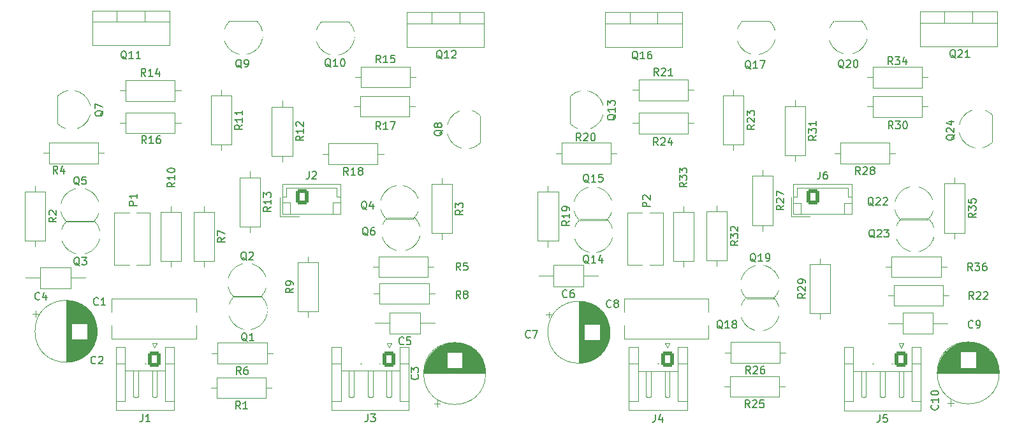
<source format=gto>
G04 #@! TF.GenerationSoftware,KiCad,Pcbnew,(6.0.5)*
G04 #@! TF.CreationDate,2022-05-30T11:18:51+02:00*
G04 #@! TF.ProjectId,Wzmacniacz_s_uchawkowy_AVT2850,577a6d61-636e-4696-9163-7a5f73427563,rev?*
G04 #@! TF.SameCoordinates,Original*
G04 #@! TF.FileFunction,Legend,Top*
G04 #@! TF.FilePolarity,Positive*
%FSLAX46Y46*%
G04 Gerber Fmt 4.6, Leading zero omitted, Abs format (unit mm)*
G04 Created by KiCad (PCBNEW (6.0.5)) date 2022-05-30 11:18:51*
%MOMM*%
%LPD*%
G01*
G04 APERTURE LIST*
G04 Aperture macros list*
%AMRoundRect*
0 Rectangle with rounded corners*
0 $1 Rounding radius*
0 $2 $3 $4 $5 $6 $7 $8 $9 X,Y pos of 4 corners*
0 Add a 4 corners polygon primitive as box body*
4,1,4,$2,$3,$4,$5,$6,$7,$8,$9,$2,$3,0*
0 Add four circle primitives for the rounded corners*
1,1,$1+$1,$2,$3*
1,1,$1+$1,$4,$5*
1,1,$1+$1,$6,$7*
1,1,$1+$1,$8,$9*
0 Add four rect primitives between the rounded corners*
20,1,$1+$1,$2,$3,$4,$5,0*
20,1,$1+$1,$4,$5,$6,$7,0*
20,1,$1+$1,$6,$7,$8,$9,0*
20,1,$1+$1,$8,$9,$2,$3,0*%
G04 Aperture macros list end*
%ADD10C,0.150000*%
%ADD11C,0.120000*%
%ADD12C,1.600000*%
%ADD13O,1.600000X1.600000*%
%ADD14C,2.000000*%
%ADD15C,5.000000*%
%ADD16R,1.600000X1.600000*%
%ADD17C,1.440000*%
%ADD18RoundRect,0.250000X-0.600000X-0.750000X0.600000X-0.750000X0.600000X0.750000X-0.600000X0.750000X0*%
%ADD19O,1.700000X2.000000*%
%ADD20R,1.905000X2.000000*%
%ADD21O,1.905000X2.000000*%
%ADD22RoundRect,0.250000X0.600000X0.750000X-0.600000X0.750000X-0.600000X-0.750000X0.600000X-0.750000X0*%
%ADD23O,2.000000X2.800000*%
%ADD24RoundRect,0.250000X0.600000X0.725000X-0.600000X0.725000X-0.600000X-0.725000X0.600000X-0.725000X0*%
%ADD25O,1.700000X1.950000*%
G04 APERTURE END LIST*
D10*
X180822380Y-86562857D02*
X180346190Y-86896190D01*
X180822380Y-87134285D02*
X179822380Y-87134285D01*
X179822380Y-86753333D01*
X179870000Y-86658095D01*
X179917619Y-86610476D01*
X180012857Y-86562857D01*
X180155714Y-86562857D01*
X180250952Y-86610476D01*
X180298571Y-86658095D01*
X180346190Y-86753333D01*
X180346190Y-87134285D01*
X179822380Y-86229523D02*
X179822380Y-85610476D01*
X180203333Y-85943809D01*
X180203333Y-85800952D01*
X180250952Y-85705714D01*
X180298571Y-85658095D01*
X180393809Y-85610476D01*
X180631904Y-85610476D01*
X180727142Y-85658095D01*
X180774761Y-85705714D01*
X180822380Y-85800952D01*
X180822380Y-86086666D01*
X180774761Y-86181904D01*
X180727142Y-86229523D01*
X179822380Y-84705714D02*
X179822380Y-85181904D01*
X180298571Y-85229523D01*
X180250952Y-85181904D01*
X180203333Y-85086666D01*
X180203333Y-84848571D01*
X180250952Y-84753333D01*
X180298571Y-84705714D01*
X180393809Y-84658095D01*
X180631904Y-84658095D01*
X180727142Y-84705714D01*
X180774761Y-84753333D01*
X180822380Y-84848571D01*
X180822380Y-85086666D01*
X180774761Y-85181904D01*
X180727142Y-85229523D01*
X129428571Y-93247619D02*
X129333333Y-93200000D01*
X129238095Y-93104761D01*
X129095238Y-92961904D01*
X129000000Y-92914285D01*
X128904761Y-92914285D01*
X128952380Y-93152380D02*
X128857142Y-93104761D01*
X128761904Y-93009523D01*
X128714285Y-92819047D01*
X128714285Y-92485714D01*
X128761904Y-92295238D01*
X128857142Y-92200000D01*
X128952380Y-92152380D01*
X129142857Y-92152380D01*
X129238095Y-92200000D01*
X129333333Y-92295238D01*
X129380952Y-92485714D01*
X129380952Y-92819047D01*
X129333333Y-93009523D01*
X129238095Y-93104761D01*
X129142857Y-93152380D01*
X128952380Y-93152380D01*
X130333333Y-93152380D02*
X129761904Y-93152380D01*
X130047619Y-93152380D02*
X130047619Y-92152380D01*
X129952380Y-92295238D01*
X129857142Y-92390476D01*
X129761904Y-92438095D01*
X131190476Y-92485714D02*
X131190476Y-93152380D01*
X130952380Y-92104761D02*
X130714285Y-92819047D01*
X131333333Y-92819047D01*
X87222380Y-85722857D02*
X86746190Y-86056190D01*
X87222380Y-86294285D02*
X86222380Y-86294285D01*
X86222380Y-85913333D01*
X86270000Y-85818095D01*
X86317619Y-85770476D01*
X86412857Y-85722857D01*
X86555714Y-85722857D01*
X86650952Y-85770476D01*
X86698571Y-85818095D01*
X86746190Y-85913333D01*
X86746190Y-86294285D01*
X87222380Y-84770476D02*
X87222380Y-85341904D01*
X87222380Y-85056190D02*
X86222380Y-85056190D01*
X86365238Y-85151428D01*
X86460476Y-85246666D01*
X86508095Y-85341904D01*
X86222380Y-84437142D02*
X86222380Y-83818095D01*
X86603333Y-84151428D01*
X86603333Y-84008571D01*
X86650952Y-83913333D01*
X86698571Y-83865714D01*
X86793809Y-83818095D01*
X87031904Y-83818095D01*
X87127142Y-83865714D01*
X87174761Y-83913333D01*
X87222380Y-84008571D01*
X87222380Y-84294285D01*
X87174761Y-84389523D01*
X87127142Y-84437142D01*
X61804761Y-93547619D02*
X61709523Y-93500000D01*
X61614285Y-93404761D01*
X61471428Y-93261904D01*
X61376190Y-93214285D01*
X61280952Y-93214285D01*
X61328571Y-93452380D02*
X61233333Y-93404761D01*
X61138095Y-93309523D01*
X61090476Y-93119047D01*
X61090476Y-92785714D01*
X61138095Y-92595238D01*
X61233333Y-92500000D01*
X61328571Y-92452380D01*
X61519047Y-92452380D01*
X61614285Y-92500000D01*
X61709523Y-92595238D01*
X61757142Y-92785714D01*
X61757142Y-93119047D01*
X61709523Y-93309523D01*
X61614285Y-93404761D01*
X61519047Y-93452380D01*
X61328571Y-93452380D01*
X62090476Y-92452380D02*
X62709523Y-92452380D01*
X62376190Y-92833333D01*
X62519047Y-92833333D01*
X62614285Y-92880952D01*
X62661904Y-92928571D01*
X62709523Y-93023809D01*
X62709523Y-93261904D01*
X62661904Y-93357142D01*
X62614285Y-93404761D01*
X62519047Y-93452380D01*
X62233333Y-93452380D01*
X62138095Y-93404761D01*
X62090476Y-93357142D01*
X175757142Y-112092857D02*
X175804761Y-112140476D01*
X175852380Y-112283333D01*
X175852380Y-112378571D01*
X175804761Y-112521428D01*
X175709523Y-112616666D01*
X175614285Y-112664285D01*
X175423809Y-112711904D01*
X175280952Y-112711904D01*
X175090476Y-112664285D01*
X174995238Y-112616666D01*
X174900000Y-112521428D01*
X174852380Y-112378571D01*
X174852380Y-112283333D01*
X174900000Y-112140476D01*
X174947619Y-112092857D01*
X175852380Y-111140476D02*
X175852380Y-111711904D01*
X175852380Y-111426190D02*
X174852380Y-111426190D01*
X174995238Y-111521428D01*
X175090476Y-111616666D01*
X175138095Y-111711904D01*
X174852380Y-110521428D02*
X174852380Y-110426190D01*
X174900000Y-110330952D01*
X174947619Y-110283333D01*
X175042857Y-110235714D01*
X175233333Y-110188095D01*
X175471428Y-110188095D01*
X175661904Y-110235714D01*
X175757142Y-110283333D01*
X175804761Y-110330952D01*
X175852380Y-110426190D01*
X175852380Y-110521428D01*
X175804761Y-110616666D01*
X175757142Y-110664285D01*
X175661904Y-110711904D01*
X175471428Y-110759523D01*
X175233333Y-110759523D01*
X175042857Y-110711904D01*
X174947619Y-110664285D01*
X174900000Y-110616666D01*
X174852380Y-110521428D01*
X165457142Y-81422380D02*
X165123809Y-80946190D01*
X164885714Y-81422380D02*
X164885714Y-80422380D01*
X165266666Y-80422380D01*
X165361904Y-80470000D01*
X165409523Y-80517619D01*
X165457142Y-80612857D01*
X165457142Y-80755714D01*
X165409523Y-80850952D01*
X165361904Y-80898571D01*
X165266666Y-80946190D01*
X164885714Y-80946190D01*
X165838095Y-80517619D02*
X165885714Y-80470000D01*
X165980952Y-80422380D01*
X166219047Y-80422380D01*
X166314285Y-80470000D01*
X166361904Y-80517619D01*
X166409523Y-80612857D01*
X166409523Y-80708095D01*
X166361904Y-80850952D01*
X165790476Y-81422380D01*
X166409523Y-81422380D01*
X166980952Y-80850952D02*
X166885714Y-80803333D01*
X166838095Y-80755714D01*
X166790476Y-80660476D01*
X166790476Y-80612857D01*
X166838095Y-80517619D01*
X166885714Y-80470000D01*
X166980952Y-80422380D01*
X167171428Y-80422380D01*
X167266666Y-80470000D01*
X167314285Y-80517619D01*
X167361904Y-80612857D01*
X167361904Y-80660476D01*
X167314285Y-80755714D01*
X167266666Y-80803333D01*
X167171428Y-80850952D01*
X166980952Y-80850952D01*
X166885714Y-80898571D01*
X166838095Y-80946190D01*
X166790476Y-81041428D01*
X166790476Y-81231904D01*
X166838095Y-81327142D01*
X166885714Y-81374761D01*
X166980952Y-81422380D01*
X167171428Y-81422380D01*
X167266666Y-81374761D01*
X167314285Y-81327142D01*
X167361904Y-81231904D01*
X167361904Y-81041428D01*
X167314285Y-80946190D01*
X167266666Y-80898571D01*
X167171428Y-80850952D01*
X137552380Y-85688095D02*
X136552380Y-85688095D01*
X136552380Y-85307142D01*
X136600000Y-85211904D01*
X136647619Y-85164285D01*
X136742857Y-85116666D01*
X136885714Y-85116666D01*
X136980952Y-85164285D01*
X137028571Y-85211904D01*
X137076190Y-85307142D01*
X137076190Y-85688095D01*
X136647619Y-84735714D02*
X136600000Y-84688095D01*
X136552380Y-84592857D01*
X136552380Y-84354761D01*
X136600000Y-84259523D01*
X136647619Y-84211904D01*
X136742857Y-84164285D01*
X136838095Y-84164285D01*
X136980952Y-84211904D01*
X137552380Y-84783333D01*
X137552380Y-84164285D01*
X169757142Y-66802380D02*
X169423809Y-66326190D01*
X169185714Y-66802380D02*
X169185714Y-65802380D01*
X169566666Y-65802380D01*
X169661904Y-65850000D01*
X169709523Y-65897619D01*
X169757142Y-65992857D01*
X169757142Y-66135714D01*
X169709523Y-66230952D01*
X169661904Y-66278571D01*
X169566666Y-66326190D01*
X169185714Y-66326190D01*
X170090476Y-65802380D02*
X170709523Y-65802380D01*
X170376190Y-66183333D01*
X170519047Y-66183333D01*
X170614285Y-66230952D01*
X170661904Y-66278571D01*
X170709523Y-66373809D01*
X170709523Y-66611904D01*
X170661904Y-66707142D01*
X170614285Y-66754761D01*
X170519047Y-66802380D01*
X170233333Y-66802380D01*
X170138095Y-66754761D01*
X170090476Y-66707142D01*
X171566666Y-66135714D02*
X171566666Y-66802380D01*
X171328571Y-65754761D02*
X171090476Y-66469047D01*
X171709523Y-66469047D01*
X84042261Y-103587619D02*
X83947023Y-103540000D01*
X83851785Y-103444761D01*
X83708928Y-103301904D01*
X83613690Y-103254285D01*
X83518452Y-103254285D01*
X83566071Y-103492380D02*
X83470833Y-103444761D01*
X83375595Y-103349523D01*
X83327976Y-103159047D01*
X83327976Y-102825714D01*
X83375595Y-102635238D01*
X83470833Y-102540000D01*
X83566071Y-102492380D01*
X83756547Y-102492380D01*
X83851785Y-102540000D01*
X83947023Y-102635238D01*
X83994642Y-102825714D01*
X83994642Y-103159047D01*
X83947023Y-103349523D01*
X83851785Y-103444761D01*
X83756547Y-103492380D01*
X83566071Y-103492380D01*
X84947023Y-103492380D02*
X84375595Y-103492380D01*
X84661309Y-103492380D02*
X84661309Y-102492380D01*
X84566071Y-102635238D01*
X84470833Y-102730476D01*
X84375595Y-102778095D01*
X92266666Y-81032380D02*
X92266666Y-81746666D01*
X92219047Y-81889523D01*
X92123809Y-81984761D01*
X91980952Y-82032380D01*
X91885714Y-82032380D01*
X92695238Y-81127619D02*
X92742857Y-81080000D01*
X92838095Y-81032380D01*
X93076190Y-81032380D01*
X93171428Y-81080000D01*
X93219047Y-81127619D01*
X93266666Y-81222857D01*
X93266666Y-81318095D01*
X93219047Y-81460952D01*
X92647619Y-82032380D01*
X93266666Y-82032380D01*
X178128571Y-65947619D02*
X178033333Y-65900000D01*
X177938095Y-65804761D01*
X177795238Y-65661904D01*
X177700000Y-65614285D01*
X177604761Y-65614285D01*
X177652380Y-65852380D02*
X177557142Y-65804761D01*
X177461904Y-65709523D01*
X177414285Y-65519047D01*
X177414285Y-65185714D01*
X177461904Y-64995238D01*
X177557142Y-64900000D01*
X177652380Y-64852380D01*
X177842857Y-64852380D01*
X177938095Y-64900000D01*
X178033333Y-64995238D01*
X178080952Y-65185714D01*
X178080952Y-65519047D01*
X178033333Y-65709523D01*
X177938095Y-65804761D01*
X177842857Y-65852380D01*
X177652380Y-65852380D01*
X178461904Y-64947619D02*
X178509523Y-64900000D01*
X178604761Y-64852380D01*
X178842857Y-64852380D01*
X178938095Y-64900000D01*
X178985714Y-64947619D01*
X179033333Y-65042857D01*
X179033333Y-65138095D01*
X178985714Y-65280952D01*
X178414285Y-65852380D01*
X179033333Y-65852380D01*
X179985714Y-65852380D02*
X179414285Y-65852380D01*
X179700000Y-65852380D02*
X179700000Y-64852380D01*
X179604761Y-64995238D01*
X179509523Y-65090476D01*
X179414285Y-65138095D01*
X126533333Y-97677142D02*
X126485714Y-97724761D01*
X126342857Y-97772380D01*
X126247619Y-97772380D01*
X126104761Y-97724761D01*
X126009523Y-97629523D01*
X125961904Y-97534285D01*
X125914285Y-97343809D01*
X125914285Y-97200952D01*
X125961904Y-97010476D01*
X126009523Y-96915238D01*
X126104761Y-96820000D01*
X126247619Y-96772380D01*
X126342857Y-96772380D01*
X126485714Y-96820000D01*
X126533333Y-96867619D01*
X127390476Y-96772380D02*
X127200000Y-96772380D01*
X127104761Y-96820000D01*
X127057142Y-96867619D01*
X126961904Y-97010476D01*
X126914285Y-97200952D01*
X126914285Y-97581904D01*
X126961904Y-97677142D01*
X127009523Y-97724761D01*
X127104761Y-97772380D01*
X127295238Y-97772380D01*
X127390476Y-97724761D01*
X127438095Y-97677142D01*
X127485714Y-97581904D01*
X127485714Y-97343809D01*
X127438095Y-97248571D01*
X127390476Y-97200952D01*
X127295238Y-97153333D01*
X127104761Y-97153333D01*
X127009523Y-97200952D01*
X126961904Y-97248571D01*
X126914285Y-97343809D01*
X138266666Y-113319880D02*
X138266666Y-114034166D01*
X138219047Y-114177023D01*
X138123809Y-114272261D01*
X137980952Y-114319880D01*
X137885714Y-114319880D01*
X139171428Y-113653214D02*
X139171428Y-114319880D01*
X138933333Y-113272261D02*
X138695238Y-113986547D01*
X139314285Y-113986547D01*
X90182380Y-96546666D02*
X89706190Y-96880000D01*
X90182380Y-97118095D02*
X89182380Y-97118095D01*
X89182380Y-96737142D01*
X89230000Y-96641904D01*
X89277619Y-96594285D01*
X89372857Y-96546666D01*
X89515714Y-96546666D01*
X89610952Y-96594285D01*
X89658571Y-96641904D01*
X89706190Y-96737142D01*
X89706190Y-97118095D01*
X90182380Y-96070476D02*
X90182380Y-95880000D01*
X90134761Y-95784761D01*
X90087142Y-95737142D01*
X89944285Y-95641904D01*
X89753809Y-95594285D01*
X89372857Y-95594285D01*
X89277619Y-95641904D01*
X89230000Y-95689523D01*
X89182380Y-95784761D01*
X89182380Y-95975238D01*
X89230000Y-96070476D01*
X89277619Y-96118095D01*
X89372857Y-96165714D01*
X89610952Y-96165714D01*
X89706190Y-96118095D01*
X89753809Y-96070476D01*
X89801428Y-95975238D01*
X89801428Y-95784761D01*
X89753809Y-95689523D01*
X89706190Y-95641904D01*
X89610952Y-95594285D01*
X160116666Y-81052380D02*
X160116666Y-81766666D01*
X160069047Y-81909523D01*
X159973809Y-82004761D01*
X159830952Y-82052380D01*
X159735714Y-82052380D01*
X161021428Y-81052380D02*
X160830952Y-81052380D01*
X160735714Y-81100000D01*
X160688095Y-81147619D01*
X160592857Y-81290476D01*
X160545238Y-81480952D01*
X160545238Y-81861904D01*
X160592857Y-81957142D01*
X160640476Y-82004761D01*
X160735714Y-82052380D01*
X160926190Y-82052380D01*
X161021428Y-82004761D01*
X161069047Y-81957142D01*
X161116666Y-81861904D01*
X161116666Y-81623809D01*
X161069047Y-81528571D01*
X161021428Y-81480952D01*
X160926190Y-81433333D01*
X160735714Y-81433333D01*
X160640476Y-81480952D01*
X160592857Y-81528571D01*
X160545238Y-81623809D01*
X150777142Y-112422380D02*
X150443809Y-111946190D01*
X150205714Y-112422380D02*
X150205714Y-111422380D01*
X150586666Y-111422380D01*
X150681904Y-111470000D01*
X150729523Y-111517619D01*
X150777142Y-111612857D01*
X150777142Y-111755714D01*
X150729523Y-111850952D01*
X150681904Y-111898571D01*
X150586666Y-111946190D01*
X150205714Y-111946190D01*
X151158095Y-111517619D02*
X151205714Y-111470000D01*
X151300952Y-111422380D01*
X151539047Y-111422380D01*
X151634285Y-111470000D01*
X151681904Y-111517619D01*
X151729523Y-111612857D01*
X151729523Y-111708095D01*
X151681904Y-111850952D01*
X151110476Y-112422380D01*
X151729523Y-112422380D01*
X152634285Y-111422380D02*
X152158095Y-111422380D01*
X152110476Y-111898571D01*
X152158095Y-111850952D01*
X152253333Y-111803333D01*
X152491428Y-111803333D01*
X152586666Y-111850952D01*
X152634285Y-111898571D01*
X152681904Y-111993809D01*
X152681904Y-112231904D01*
X152634285Y-112327142D01*
X152586666Y-112374761D01*
X152491428Y-112422380D01*
X152253333Y-112422380D01*
X152158095Y-112374761D01*
X152110476Y-112327142D01*
X132383333Y-99007142D02*
X132335714Y-99054761D01*
X132192857Y-99102380D01*
X132097619Y-99102380D01*
X131954761Y-99054761D01*
X131859523Y-98959523D01*
X131811904Y-98864285D01*
X131764285Y-98673809D01*
X131764285Y-98530952D01*
X131811904Y-98340476D01*
X131859523Y-98245238D01*
X131954761Y-98150000D01*
X132097619Y-98102380D01*
X132192857Y-98102380D01*
X132335714Y-98150000D01*
X132383333Y-98197619D01*
X132954761Y-98530952D02*
X132859523Y-98483333D01*
X132811904Y-98435714D01*
X132764285Y-98340476D01*
X132764285Y-98292857D01*
X132811904Y-98197619D01*
X132859523Y-98150000D01*
X132954761Y-98102380D01*
X133145238Y-98102380D01*
X133240476Y-98150000D01*
X133288095Y-98197619D01*
X133335714Y-98292857D01*
X133335714Y-98340476D01*
X133288095Y-98435714D01*
X133240476Y-98483333D01*
X133145238Y-98530952D01*
X132954761Y-98530952D01*
X132859523Y-98578571D01*
X132811904Y-98626190D01*
X132764285Y-98721428D01*
X132764285Y-98911904D01*
X132811904Y-99007142D01*
X132859523Y-99054761D01*
X132954761Y-99102380D01*
X133145238Y-99102380D01*
X133240476Y-99054761D01*
X133288095Y-99007142D01*
X133335714Y-98911904D01*
X133335714Y-98721428D01*
X133288095Y-98626190D01*
X133240476Y-98578571D01*
X133145238Y-98530952D01*
X106707142Y-108049317D02*
X106754761Y-108096936D01*
X106802380Y-108239793D01*
X106802380Y-108335031D01*
X106754761Y-108477889D01*
X106659523Y-108573127D01*
X106564285Y-108620746D01*
X106373809Y-108668365D01*
X106230952Y-108668365D01*
X106040476Y-108620746D01*
X105945238Y-108573127D01*
X105850000Y-108477889D01*
X105802380Y-108335031D01*
X105802380Y-108239793D01*
X105850000Y-108096936D01*
X105897619Y-108049317D01*
X105802380Y-107715984D02*
X105802380Y-107096936D01*
X106183333Y-107430270D01*
X106183333Y-107287412D01*
X106230952Y-107192174D01*
X106278571Y-107144555D01*
X106373809Y-107096936D01*
X106611904Y-107096936D01*
X106707142Y-107144555D01*
X106754761Y-107192174D01*
X106802380Y-107287412D01*
X106802380Y-107573127D01*
X106754761Y-107668365D01*
X106707142Y-107715984D01*
X112383333Y-94152380D02*
X112050000Y-93676190D01*
X111811904Y-94152380D02*
X111811904Y-93152380D01*
X112192857Y-93152380D01*
X112288095Y-93200000D01*
X112335714Y-93247619D01*
X112383333Y-93342857D01*
X112383333Y-93485714D01*
X112335714Y-93580952D01*
X112288095Y-93628571D01*
X112192857Y-93676190D01*
X111811904Y-93676190D01*
X113288095Y-93152380D02*
X112811904Y-93152380D01*
X112764285Y-93628571D01*
X112811904Y-93580952D01*
X112907142Y-93533333D01*
X113145238Y-93533333D01*
X113240476Y-93580952D01*
X113288095Y-93628571D01*
X113335714Y-93723809D01*
X113335714Y-93961904D01*
X113288095Y-94057142D01*
X113240476Y-94104761D01*
X113145238Y-94152380D01*
X112907142Y-94152380D01*
X112811904Y-94104761D01*
X112764285Y-94057142D01*
X83133333Y-112602380D02*
X82800000Y-112126190D01*
X82561904Y-112602380D02*
X82561904Y-111602380D01*
X82942857Y-111602380D01*
X83038095Y-111650000D01*
X83085714Y-111697619D01*
X83133333Y-111792857D01*
X83133333Y-111935714D01*
X83085714Y-112030952D01*
X83038095Y-112078571D01*
X82942857Y-112126190D01*
X82561904Y-112126190D01*
X84085714Y-112602380D02*
X83514285Y-112602380D01*
X83800000Y-112602380D02*
X83800000Y-111602380D01*
X83704761Y-111745238D01*
X83609523Y-111840476D01*
X83514285Y-111888095D01*
X95158571Y-67147619D02*
X95063333Y-67100000D01*
X94968095Y-67004761D01*
X94825238Y-66861904D01*
X94730000Y-66814285D01*
X94634761Y-66814285D01*
X94682380Y-67052380D02*
X94587142Y-67004761D01*
X94491904Y-66909523D01*
X94444285Y-66719047D01*
X94444285Y-66385714D01*
X94491904Y-66195238D01*
X94587142Y-66100000D01*
X94682380Y-66052380D01*
X94872857Y-66052380D01*
X94968095Y-66100000D01*
X95063333Y-66195238D01*
X95110952Y-66385714D01*
X95110952Y-66719047D01*
X95063333Y-66909523D01*
X94968095Y-67004761D01*
X94872857Y-67052380D01*
X94682380Y-67052380D01*
X96063333Y-67052380D02*
X95491904Y-67052380D01*
X95777619Y-67052380D02*
X95777619Y-66052380D01*
X95682380Y-66195238D01*
X95587142Y-66290476D01*
X95491904Y-66338095D01*
X96682380Y-66052380D02*
X96777619Y-66052380D01*
X96872857Y-66100000D01*
X96920476Y-66147619D01*
X96968095Y-66242857D01*
X97015714Y-66433333D01*
X97015714Y-66671428D01*
X96968095Y-66861904D01*
X96920476Y-66957142D01*
X96872857Y-67004761D01*
X96777619Y-67052380D01*
X96682380Y-67052380D01*
X96587142Y-67004761D01*
X96539523Y-66957142D01*
X96491904Y-66861904D01*
X96444285Y-66671428D01*
X96444285Y-66433333D01*
X96491904Y-66242857D01*
X96539523Y-66147619D01*
X96587142Y-66100000D01*
X96682380Y-66052380D01*
X83967261Y-92827619D02*
X83872023Y-92780000D01*
X83776785Y-92684761D01*
X83633928Y-92541904D01*
X83538690Y-92494285D01*
X83443452Y-92494285D01*
X83491071Y-92732380D02*
X83395833Y-92684761D01*
X83300595Y-92589523D01*
X83252976Y-92399047D01*
X83252976Y-92065714D01*
X83300595Y-91875238D01*
X83395833Y-91780000D01*
X83491071Y-91732380D01*
X83681547Y-91732380D01*
X83776785Y-91780000D01*
X83872023Y-91875238D01*
X83919642Y-92065714D01*
X83919642Y-92399047D01*
X83872023Y-92589523D01*
X83776785Y-92684761D01*
X83681547Y-92732380D01*
X83491071Y-92732380D01*
X84300595Y-91827619D02*
X84348214Y-91780000D01*
X84443452Y-91732380D01*
X84681547Y-91732380D01*
X84776785Y-91780000D01*
X84824404Y-91827619D01*
X84872023Y-91922857D01*
X84872023Y-92018095D01*
X84824404Y-92160952D01*
X84252976Y-92732380D01*
X84872023Y-92732380D01*
X56483333Y-98007142D02*
X56435714Y-98054761D01*
X56292857Y-98102380D01*
X56197619Y-98102380D01*
X56054761Y-98054761D01*
X55959523Y-97959523D01*
X55911904Y-97864285D01*
X55864285Y-97673809D01*
X55864285Y-97530952D01*
X55911904Y-97340476D01*
X55959523Y-97245238D01*
X56054761Y-97150000D01*
X56197619Y-97102380D01*
X56292857Y-97102380D01*
X56435714Y-97150000D01*
X56483333Y-97197619D01*
X57340476Y-97435714D02*
X57340476Y-98102380D01*
X57102380Y-97054761D02*
X56864285Y-97769047D01*
X57483333Y-97769047D01*
X99954761Y-86097619D02*
X99859523Y-86050000D01*
X99764285Y-85954761D01*
X99621428Y-85811904D01*
X99526190Y-85764285D01*
X99430952Y-85764285D01*
X99478571Y-86002380D02*
X99383333Y-85954761D01*
X99288095Y-85859523D01*
X99240476Y-85669047D01*
X99240476Y-85335714D01*
X99288095Y-85145238D01*
X99383333Y-85050000D01*
X99478571Y-85002380D01*
X99669047Y-85002380D01*
X99764285Y-85050000D01*
X99859523Y-85145238D01*
X99907142Y-85335714D01*
X99907142Y-85669047D01*
X99859523Y-85859523D01*
X99764285Y-85954761D01*
X99669047Y-86002380D01*
X99478571Y-86002380D01*
X100764285Y-85335714D02*
X100764285Y-86002380D01*
X100526190Y-84954761D02*
X100288095Y-85669047D01*
X100907142Y-85669047D01*
X83233333Y-108002380D02*
X82900000Y-107526190D01*
X82661904Y-108002380D02*
X82661904Y-107002380D01*
X83042857Y-107002380D01*
X83138095Y-107050000D01*
X83185714Y-107097619D01*
X83233333Y-107192857D01*
X83233333Y-107335714D01*
X83185714Y-107430952D01*
X83138095Y-107478571D01*
X83042857Y-107526190D01*
X82661904Y-107526190D01*
X84090476Y-107002380D02*
X83900000Y-107002380D01*
X83804761Y-107050000D01*
X83757142Y-107097619D01*
X83661904Y-107240476D01*
X83614285Y-107430952D01*
X83614285Y-107811904D01*
X83661904Y-107907142D01*
X83709523Y-107954761D01*
X83804761Y-108002380D01*
X83995238Y-108002380D01*
X84090476Y-107954761D01*
X84138095Y-107907142D01*
X84185714Y-107811904D01*
X84185714Y-107573809D01*
X84138095Y-107478571D01*
X84090476Y-107430952D01*
X83995238Y-107383333D01*
X83804761Y-107383333D01*
X83709523Y-107430952D01*
X83661904Y-107478571D01*
X83614285Y-107573809D01*
X180357142Y-94202380D02*
X180023809Y-93726190D01*
X179785714Y-94202380D02*
X179785714Y-93202380D01*
X180166666Y-93202380D01*
X180261904Y-93250000D01*
X180309523Y-93297619D01*
X180357142Y-93392857D01*
X180357142Y-93535714D01*
X180309523Y-93630952D01*
X180261904Y-93678571D01*
X180166666Y-93726190D01*
X179785714Y-93726190D01*
X180690476Y-93202380D02*
X181309523Y-93202380D01*
X180976190Y-93583333D01*
X181119047Y-93583333D01*
X181214285Y-93630952D01*
X181261904Y-93678571D01*
X181309523Y-93773809D01*
X181309523Y-94011904D01*
X181261904Y-94107142D01*
X181214285Y-94154761D01*
X181119047Y-94202380D01*
X180833333Y-94202380D01*
X180738095Y-94154761D01*
X180690476Y-94107142D01*
X182166666Y-93202380D02*
X181976190Y-93202380D01*
X181880952Y-93250000D01*
X181833333Y-93297619D01*
X181738095Y-93440476D01*
X181690476Y-93630952D01*
X181690476Y-94011904D01*
X181738095Y-94107142D01*
X181785714Y-94154761D01*
X181880952Y-94202380D01*
X182071428Y-94202380D01*
X182166666Y-94154761D01*
X182214285Y-94107142D01*
X182261904Y-94011904D01*
X182261904Y-93773809D01*
X182214285Y-93678571D01*
X182166666Y-93630952D01*
X182071428Y-93583333D01*
X181880952Y-93583333D01*
X181785714Y-93630952D01*
X181738095Y-93678571D01*
X181690476Y-93773809D01*
X147178571Y-101947619D02*
X147083333Y-101900000D01*
X146988095Y-101804761D01*
X146845238Y-101661904D01*
X146750000Y-101614285D01*
X146654761Y-101614285D01*
X146702380Y-101852380D02*
X146607142Y-101804761D01*
X146511904Y-101709523D01*
X146464285Y-101519047D01*
X146464285Y-101185714D01*
X146511904Y-100995238D01*
X146607142Y-100900000D01*
X146702380Y-100852380D01*
X146892857Y-100852380D01*
X146988095Y-100900000D01*
X147083333Y-100995238D01*
X147130952Y-101185714D01*
X147130952Y-101519047D01*
X147083333Y-101709523D01*
X146988095Y-101804761D01*
X146892857Y-101852380D01*
X146702380Y-101852380D01*
X148083333Y-101852380D02*
X147511904Y-101852380D01*
X147797619Y-101852380D02*
X147797619Y-100852380D01*
X147702380Y-100995238D01*
X147607142Y-101090476D01*
X147511904Y-101138095D01*
X148654761Y-101280952D02*
X148559523Y-101233333D01*
X148511904Y-101185714D01*
X148464285Y-101090476D01*
X148464285Y-101042857D01*
X148511904Y-100947619D01*
X148559523Y-100900000D01*
X148654761Y-100852380D01*
X148845238Y-100852380D01*
X148940476Y-100900000D01*
X148988095Y-100947619D01*
X149035714Y-101042857D01*
X149035714Y-101090476D01*
X148988095Y-101185714D01*
X148940476Y-101233333D01*
X148845238Y-101280952D01*
X148654761Y-101280952D01*
X148559523Y-101328571D01*
X148511904Y-101376190D01*
X148464285Y-101471428D01*
X148464285Y-101661904D01*
X148511904Y-101757142D01*
X148559523Y-101804761D01*
X148654761Y-101852380D01*
X148845238Y-101852380D01*
X148940476Y-101804761D01*
X148988095Y-101757142D01*
X149035714Y-101661904D01*
X149035714Y-101471428D01*
X148988095Y-101376190D01*
X148940476Y-101328571D01*
X148845238Y-101280952D01*
X159622380Y-76242857D02*
X159146190Y-76576190D01*
X159622380Y-76814285D02*
X158622380Y-76814285D01*
X158622380Y-76433333D01*
X158670000Y-76338095D01*
X158717619Y-76290476D01*
X158812857Y-76242857D01*
X158955714Y-76242857D01*
X159050952Y-76290476D01*
X159098571Y-76338095D01*
X159146190Y-76433333D01*
X159146190Y-76814285D01*
X158622380Y-75909523D02*
X158622380Y-75290476D01*
X159003333Y-75623809D01*
X159003333Y-75480952D01*
X159050952Y-75385714D01*
X159098571Y-75338095D01*
X159193809Y-75290476D01*
X159431904Y-75290476D01*
X159527142Y-75338095D01*
X159574761Y-75385714D01*
X159622380Y-75480952D01*
X159622380Y-75766666D01*
X159574761Y-75861904D01*
X159527142Y-75909523D01*
X159622380Y-74338095D02*
X159622380Y-74909523D01*
X159622380Y-74623809D02*
X158622380Y-74623809D01*
X158765238Y-74719047D01*
X158860476Y-74814285D01*
X158908095Y-74909523D01*
X163278571Y-67297619D02*
X163183333Y-67250000D01*
X163088095Y-67154761D01*
X162945238Y-67011904D01*
X162850000Y-66964285D01*
X162754761Y-66964285D01*
X162802380Y-67202380D02*
X162707142Y-67154761D01*
X162611904Y-67059523D01*
X162564285Y-66869047D01*
X162564285Y-66535714D01*
X162611904Y-66345238D01*
X162707142Y-66250000D01*
X162802380Y-66202380D01*
X162992857Y-66202380D01*
X163088095Y-66250000D01*
X163183333Y-66345238D01*
X163230952Y-66535714D01*
X163230952Y-66869047D01*
X163183333Y-67059523D01*
X163088095Y-67154761D01*
X162992857Y-67202380D01*
X162802380Y-67202380D01*
X163611904Y-66297619D02*
X163659523Y-66250000D01*
X163754761Y-66202380D01*
X163992857Y-66202380D01*
X164088095Y-66250000D01*
X164135714Y-66297619D01*
X164183333Y-66392857D01*
X164183333Y-66488095D01*
X164135714Y-66630952D01*
X163564285Y-67202380D01*
X164183333Y-67202380D01*
X164802380Y-66202380D02*
X164897619Y-66202380D01*
X164992857Y-66250000D01*
X165040476Y-66297619D01*
X165088095Y-66392857D01*
X165135714Y-66583333D01*
X165135714Y-66821428D01*
X165088095Y-67011904D01*
X165040476Y-67107142D01*
X164992857Y-67154761D01*
X164897619Y-67202380D01*
X164802380Y-67202380D01*
X164707142Y-67154761D01*
X164659523Y-67107142D01*
X164611904Y-67011904D01*
X164564285Y-66821428D01*
X164564285Y-66583333D01*
X164611904Y-66392857D01*
X164659523Y-66297619D01*
X164707142Y-66250000D01*
X164802380Y-66202380D01*
X70557142Y-68362380D02*
X70223809Y-67886190D01*
X69985714Y-68362380D02*
X69985714Y-67362380D01*
X70366666Y-67362380D01*
X70461904Y-67410000D01*
X70509523Y-67457619D01*
X70557142Y-67552857D01*
X70557142Y-67695714D01*
X70509523Y-67790952D01*
X70461904Y-67838571D01*
X70366666Y-67886190D01*
X69985714Y-67886190D01*
X71509523Y-68362380D02*
X70938095Y-68362380D01*
X71223809Y-68362380D02*
X71223809Y-67362380D01*
X71128571Y-67505238D01*
X71033333Y-67600476D01*
X70938095Y-67648095D01*
X72366666Y-67695714D02*
X72366666Y-68362380D01*
X72128571Y-67314761D02*
X71890476Y-68029047D01*
X72509523Y-68029047D01*
X151591071Y-93047619D02*
X151495833Y-93000000D01*
X151400595Y-92904761D01*
X151257738Y-92761904D01*
X151162500Y-92714285D01*
X151067261Y-92714285D01*
X151114880Y-92952380D02*
X151019642Y-92904761D01*
X150924404Y-92809523D01*
X150876785Y-92619047D01*
X150876785Y-92285714D01*
X150924404Y-92095238D01*
X151019642Y-92000000D01*
X151114880Y-91952380D01*
X151305357Y-91952380D01*
X151400595Y-92000000D01*
X151495833Y-92095238D01*
X151543452Y-92285714D01*
X151543452Y-92619047D01*
X151495833Y-92809523D01*
X151400595Y-92904761D01*
X151305357Y-92952380D01*
X151114880Y-92952380D01*
X152495833Y-92952380D02*
X151924404Y-92952380D01*
X152210119Y-92952380D02*
X152210119Y-91952380D01*
X152114880Y-92095238D01*
X152019642Y-92190476D01*
X151924404Y-92238095D01*
X152972023Y-92952380D02*
X153162500Y-92952380D01*
X153257738Y-92904761D01*
X153305357Y-92857142D01*
X153400595Y-92714285D01*
X153448214Y-92523809D01*
X153448214Y-92142857D01*
X153400595Y-92047619D01*
X153352976Y-92000000D01*
X153257738Y-91952380D01*
X153067261Y-91952380D01*
X152972023Y-92000000D01*
X152924404Y-92047619D01*
X152876785Y-92142857D01*
X152876785Y-92380952D01*
X152924404Y-92476190D01*
X152972023Y-92523809D01*
X153067261Y-92571428D01*
X153257738Y-92571428D01*
X153352976Y-92523809D01*
X153400595Y-92476190D01*
X153448214Y-92380952D01*
X138657142Y-68302380D02*
X138323809Y-67826190D01*
X138085714Y-68302380D02*
X138085714Y-67302380D01*
X138466666Y-67302380D01*
X138561904Y-67350000D01*
X138609523Y-67397619D01*
X138657142Y-67492857D01*
X138657142Y-67635714D01*
X138609523Y-67730952D01*
X138561904Y-67778571D01*
X138466666Y-67826190D01*
X138085714Y-67826190D01*
X139038095Y-67397619D02*
X139085714Y-67350000D01*
X139180952Y-67302380D01*
X139419047Y-67302380D01*
X139514285Y-67350000D01*
X139561904Y-67397619D01*
X139609523Y-67492857D01*
X139609523Y-67588095D01*
X139561904Y-67730952D01*
X138990476Y-68302380D01*
X139609523Y-68302380D01*
X140561904Y-68302380D02*
X139990476Y-68302380D01*
X140276190Y-68302380D02*
X140276190Y-67302380D01*
X140180952Y-67445238D01*
X140085714Y-67540476D01*
X139990476Y-67588095D01*
X101757142Y-75432380D02*
X101423809Y-74956190D01*
X101185714Y-75432380D02*
X101185714Y-74432380D01*
X101566666Y-74432380D01*
X101661904Y-74480000D01*
X101709523Y-74527619D01*
X101757142Y-74622857D01*
X101757142Y-74765714D01*
X101709523Y-74860952D01*
X101661904Y-74908571D01*
X101566666Y-74956190D01*
X101185714Y-74956190D01*
X102709523Y-75432380D02*
X102138095Y-75432380D01*
X102423809Y-75432380D02*
X102423809Y-74432380D01*
X102328571Y-74575238D01*
X102233333Y-74670476D01*
X102138095Y-74718095D01*
X103042857Y-74432380D02*
X103709523Y-74432380D01*
X103280952Y-75432380D01*
X150928571Y-67397619D02*
X150833333Y-67350000D01*
X150738095Y-67254761D01*
X150595238Y-67111904D01*
X150500000Y-67064285D01*
X150404761Y-67064285D01*
X150452380Y-67302380D02*
X150357142Y-67254761D01*
X150261904Y-67159523D01*
X150214285Y-66969047D01*
X150214285Y-66635714D01*
X150261904Y-66445238D01*
X150357142Y-66350000D01*
X150452380Y-66302380D01*
X150642857Y-66302380D01*
X150738095Y-66350000D01*
X150833333Y-66445238D01*
X150880952Y-66635714D01*
X150880952Y-66969047D01*
X150833333Y-67159523D01*
X150738095Y-67254761D01*
X150642857Y-67302380D01*
X150452380Y-67302380D01*
X151833333Y-67302380D02*
X151261904Y-67302380D01*
X151547619Y-67302380D02*
X151547619Y-66302380D01*
X151452380Y-66445238D01*
X151357142Y-66540476D01*
X151261904Y-66588095D01*
X152166666Y-66302380D02*
X152833333Y-66302380D01*
X152404761Y-67302380D01*
X91522380Y-76322857D02*
X91046190Y-76656190D01*
X91522380Y-76894285D02*
X90522380Y-76894285D01*
X90522380Y-76513333D01*
X90570000Y-76418095D01*
X90617619Y-76370476D01*
X90712857Y-76322857D01*
X90855714Y-76322857D01*
X90950952Y-76370476D01*
X90998571Y-76418095D01*
X91046190Y-76513333D01*
X91046190Y-76894285D01*
X91522380Y-75370476D02*
X91522380Y-75941904D01*
X91522380Y-75656190D02*
X90522380Y-75656190D01*
X90665238Y-75751428D01*
X90760476Y-75846666D01*
X90808095Y-75941904D01*
X90617619Y-74989523D02*
X90570000Y-74941904D01*
X90522380Y-74846666D01*
X90522380Y-74608571D01*
X90570000Y-74513333D01*
X90617619Y-74465714D01*
X90712857Y-74418095D01*
X90808095Y-74418095D01*
X90950952Y-74465714D01*
X91522380Y-75037142D01*
X91522380Y-74418095D01*
X69402380Y-85538095D02*
X68402380Y-85538095D01*
X68402380Y-85157142D01*
X68450000Y-85061904D01*
X68497619Y-85014285D01*
X68592857Y-84966666D01*
X68735714Y-84966666D01*
X68830952Y-85014285D01*
X68878571Y-85061904D01*
X68926190Y-85157142D01*
X68926190Y-85538095D01*
X69402380Y-84014285D02*
X69402380Y-84585714D01*
X69402380Y-84300000D02*
X68402380Y-84300000D01*
X68545238Y-84395238D01*
X68640476Y-84490476D01*
X68688095Y-84585714D01*
X63933333Y-106507142D02*
X63885714Y-106554761D01*
X63742857Y-106602380D01*
X63647619Y-106602380D01*
X63504761Y-106554761D01*
X63409523Y-106459523D01*
X63361904Y-106364285D01*
X63314285Y-106173809D01*
X63314285Y-106030952D01*
X63361904Y-105840476D01*
X63409523Y-105745238D01*
X63504761Y-105650000D01*
X63647619Y-105602380D01*
X63742857Y-105602380D01*
X63885714Y-105650000D01*
X63933333Y-105697619D01*
X64314285Y-105697619D02*
X64361904Y-105650000D01*
X64457142Y-105602380D01*
X64695238Y-105602380D01*
X64790476Y-105650000D01*
X64838095Y-105697619D01*
X64885714Y-105792857D01*
X64885714Y-105888095D01*
X64838095Y-106030952D01*
X64266666Y-106602380D01*
X64885714Y-106602380D01*
X101757142Y-66562380D02*
X101423809Y-66086190D01*
X101185714Y-66562380D02*
X101185714Y-65562380D01*
X101566666Y-65562380D01*
X101661904Y-65610000D01*
X101709523Y-65657619D01*
X101757142Y-65752857D01*
X101757142Y-65895714D01*
X101709523Y-65990952D01*
X101661904Y-66038571D01*
X101566666Y-66086190D01*
X101185714Y-66086190D01*
X102709523Y-66562380D02*
X102138095Y-66562380D01*
X102423809Y-66562380D02*
X102423809Y-65562380D01*
X102328571Y-65705238D01*
X102233333Y-65800476D01*
X102138095Y-65848095D01*
X103614285Y-65562380D02*
X103138095Y-65562380D01*
X103090476Y-66038571D01*
X103138095Y-65990952D01*
X103233333Y-65943333D01*
X103471428Y-65943333D01*
X103566666Y-65990952D01*
X103614285Y-66038571D01*
X103661904Y-66133809D01*
X103661904Y-66371904D01*
X103614285Y-66467142D01*
X103566666Y-66514761D01*
X103471428Y-66562380D01*
X103233333Y-66562380D01*
X103138095Y-66514761D01*
X103090476Y-66467142D01*
X167378571Y-89847619D02*
X167283333Y-89800000D01*
X167188095Y-89704761D01*
X167045238Y-89561904D01*
X166950000Y-89514285D01*
X166854761Y-89514285D01*
X166902380Y-89752380D02*
X166807142Y-89704761D01*
X166711904Y-89609523D01*
X166664285Y-89419047D01*
X166664285Y-89085714D01*
X166711904Y-88895238D01*
X166807142Y-88800000D01*
X166902380Y-88752380D01*
X167092857Y-88752380D01*
X167188095Y-88800000D01*
X167283333Y-88895238D01*
X167330952Y-89085714D01*
X167330952Y-89419047D01*
X167283333Y-89609523D01*
X167188095Y-89704761D01*
X167092857Y-89752380D01*
X166902380Y-89752380D01*
X167711904Y-88847619D02*
X167759523Y-88800000D01*
X167854761Y-88752380D01*
X168092857Y-88752380D01*
X168188095Y-88800000D01*
X168235714Y-88847619D01*
X168283333Y-88942857D01*
X168283333Y-89038095D01*
X168235714Y-89180952D01*
X167664285Y-89752380D01*
X168283333Y-89752380D01*
X168616666Y-88752380D02*
X169235714Y-88752380D01*
X168902380Y-89133333D01*
X169045238Y-89133333D01*
X169140476Y-89180952D01*
X169188095Y-89228571D01*
X169235714Y-89323809D01*
X169235714Y-89561904D01*
X169188095Y-89657142D01*
X169140476Y-89704761D01*
X169045238Y-89752380D01*
X168759523Y-89752380D01*
X168664285Y-89704761D01*
X168616666Y-89657142D01*
X64947619Y-72937738D02*
X64900000Y-73032976D01*
X64804761Y-73128214D01*
X64661904Y-73271071D01*
X64614285Y-73366309D01*
X64614285Y-73461547D01*
X64852380Y-73413928D02*
X64804761Y-73509166D01*
X64709523Y-73604404D01*
X64519047Y-73652023D01*
X64185714Y-73652023D01*
X63995238Y-73604404D01*
X63900000Y-73509166D01*
X63852380Y-73413928D01*
X63852380Y-73223452D01*
X63900000Y-73128214D01*
X63995238Y-73032976D01*
X64185714Y-72985357D01*
X64519047Y-72985357D01*
X64709523Y-73032976D01*
X64804761Y-73128214D01*
X64852380Y-73223452D01*
X64852380Y-73413928D01*
X63852380Y-72652023D02*
X63852380Y-71985357D01*
X64852380Y-72413928D01*
X150877142Y-107922380D02*
X150543809Y-107446190D01*
X150305714Y-107922380D02*
X150305714Y-106922380D01*
X150686666Y-106922380D01*
X150781904Y-106970000D01*
X150829523Y-107017619D01*
X150877142Y-107112857D01*
X150877142Y-107255714D01*
X150829523Y-107350952D01*
X150781904Y-107398571D01*
X150686666Y-107446190D01*
X150305714Y-107446190D01*
X151258095Y-107017619D02*
X151305714Y-106970000D01*
X151400952Y-106922380D01*
X151639047Y-106922380D01*
X151734285Y-106970000D01*
X151781904Y-107017619D01*
X151829523Y-107112857D01*
X151829523Y-107208095D01*
X151781904Y-107350952D01*
X151210476Y-107922380D01*
X151829523Y-107922380D01*
X152686666Y-106922380D02*
X152496190Y-106922380D01*
X152400952Y-106970000D01*
X152353333Y-107017619D01*
X152258095Y-107160476D01*
X152210476Y-107350952D01*
X152210476Y-107731904D01*
X152258095Y-107827142D01*
X152305714Y-107874761D01*
X152400952Y-107922380D01*
X152591428Y-107922380D01*
X152686666Y-107874761D01*
X152734285Y-107827142D01*
X152781904Y-107731904D01*
X152781904Y-107493809D01*
X152734285Y-107398571D01*
X152686666Y-107350952D01*
X152591428Y-107303333D01*
X152400952Y-107303333D01*
X152305714Y-107350952D01*
X152258095Y-107398571D01*
X152210476Y-107493809D01*
X74452380Y-82492857D02*
X73976190Y-82826190D01*
X74452380Y-83064285D02*
X73452380Y-83064285D01*
X73452380Y-82683333D01*
X73500000Y-82588095D01*
X73547619Y-82540476D01*
X73642857Y-82492857D01*
X73785714Y-82492857D01*
X73880952Y-82540476D01*
X73928571Y-82588095D01*
X73976190Y-82683333D01*
X73976190Y-83064285D01*
X74452380Y-81540476D02*
X74452380Y-82111904D01*
X74452380Y-81826190D02*
X73452380Y-81826190D01*
X73595238Y-81921428D01*
X73690476Y-82016666D01*
X73738095Y-82111904D01*
X73452380Y-80921428D02*
X73452380Y-80826190D01*
X73500000Y-80730952D01*
X73547619Y-80683333D01*
X73642857Y-80635714D01*
X73833333Y-80588095D01*
X74071428Y-80588095D01*
X74261904Y-80635714D01*
X74357142Y-80683333D01*
X74404761Y-80730952D01*
X74452380Y-80826190D01*
X74452380Y-80921428D01*
X74404761Y-81016666D01*
X74357142Y-81064285D01*
X74261904Y-81111904D01*
X74071428Y-81159523D01*
X73833333Y-81159523D01*
X73642857Y-81111904D01*
X73547619Y-81064285D01*
X73500000Y-81016666D01*
X73452380Y-80921428D01*
X126852380Y-87592857D02*
X126376190Y-87926190D01*
X126852380Y-88164285D02*
X125852380Y-88164285D01*
X125852380Y-87783333D01*
X125900000Y-87688095D01*
X125947619Y-87640476D01*
X126042857Y-87592857D01*
X126185714Y-87592857D01*
X126280952Y-87640476D01*
X126328571Y-87688095D01*
X126376190Y-87783333D01*
X126376190Y-88164285D01*
X126852380Y-86640476D02*
X126852380Y-87211904D01*
X126852380Y-86926190D02*
X125852380Y-86926190D01*
X125995238Y-87021428D01*
X126090476Y-87116666D01*
X126138095Y-87211904D01*
X126852380Y-86164285D02*
X126852380Y-85973809D01*
X126804761Y-85878571D01*
X126757142Y-85830952D01*
X126614285Y-85735714D01*
X126423809Y-85688095D01*
X126042857Y-85688095D01*
X125947619Y-85735714D01*
X125900000Y-85783333D01*
X125852380Y-85878571D01*
X125852380Y-86069047D01*
X125900000Y-86164285D01*
X125947619Y-86211904D01*
X126042857Y-86259523D01*
X126280952Y-86259523D01*
X126376190Y-86211904D01*
X126423809Y-86164285D01*
X126471428Y-86069047D01*
X126471428Y-85878571D01*
X126423809Y-85783333D01*
X126376190Y-85735714D01*
X126280952Y-85688095D01*
X121633333Y-103057142D02*
X121585714Y-103104761D01*
X121442857Y-103152380D01*
X121347619Y-103152380D01*
X121204761Y-103104761D01*
X121109523Y-103009523D01*
X121061904Y-102914285D01*
X121014285Y-102723809D01*
X121014285Y-102580952D01*
X121061904Y-102390476D01*
X121109523Y-102295238D01*
X121204761Y-102200000D01*
X121347619Y-102152380D01*
X121442857Y-102152380D01*
X121585714Y-102200000D01*
X121633333Y-102247619D01*
X121966666Y-102152380D02*
X122633333Y-102152380D01*
X122204761Y-103152380D01*
X61767261Y-82827619D02*
X61672023Y-82780000D01*
X61576785Y-82684761D01*
X61433928Y-82541904D01*
X61338690Y-82494285D01*
X61243452Y-82494285D01*
X61291071Y-82732380D02*
X61195833Y-82684761D01*
X61100595Y-82589523D01*
X61052976Y-82399047D01*
X61052976Y-82065714D01*
X61100595Y-81875238D01*
X61195833Y-81780000D01*
X61291071Y-81732380D01*
X61481547Y-81732380D01*
X61576785Y-81780000D01*
X61672023Y-81875238D01*
X61719642Y-82065714D01*
X61719642Y-82399047D01*
X61672023Y-82589523D01*
X61576785Y-82684761D01*
X61481547Y-82732380D01*
X61291071Y-82732380D01*
X62624404Y-81732380D02*
X62148214Y-81732380D01*
X62100595Y-82208571D01*
X62148214Y-82160952D01*
X62243452Y-82113333D01*
X62481547Y-82113333D01*
X62576785Y-82160952D01*
X62624404Y-82208571D01*
X62672023Y-82303809D01*
X62672023Y-82541904D01*
X62624404Y-82637142D01*
X62576785Y-82684761D01*
X62481547Y-82732380D01*
X62243452Y-82732380D01*
X62148214Y-82684761D01*
X62100595Y-82637142D01*
X97477142Y-81502380D02*
X97143809Y-81026190D01*
X96905714Y-81502380D02*
X96905714Y-80502380D01*
X97286666Y-80502380D01*
X97381904Y-80550000D01*
X97429523Y-80597619D01*
X97477142Y-80692857D01*
X97477142Y-80835714D01*
X97429523Y-80930952D01*
X97381904Y-80978571D01*
X97286666Y-81026190D01*
X96905714Y-81026190D01*
X98429523Y-81502380D02*
X97858095Y-81502380D01*
X98143809Y-81502380D02*
X98143809Y-80502380D01*
X98048571Y-80645238D01*
X97953333Y-80740476D01*
X97858095Y-80788095D01*
X99000952Y-80930952D02*
X98905714Y-80883333D01*
X98858095Y-80835714D01*
X98810476Y-80740476D01*
X98810476Y-80692857D01*
X98858095Y-80597619D01*
X98905714Y-80550000D01*
X99000952Y-80502380D01*
X99191428Y-80502380D01*
X99286666Y-80550000D01*
X99334285Y-80597619D01*
X99381904Y-80692857D01*
X99381904Y-80740476D01*
X99334285Y-80835714D01*
X99286666Y-80883333D01*
X99191428Y-80930952D01*
X99000952Y-80930952D01*
X98905714Y-80978571D01*
X98858095Y-81026190D01*
X98810476Y-81121428D01*
X98810476Y-81311904D01*
X98858095Y-81407142D01*
X98905714Y-81454761D01*
X99000952Y-81502380D01*
X99191428Y-81502380D01*
X99286666Y-81454761D01*
X99334285Y-81407142D01*
X99381904Y-81311904D01*
X99381904Y-81121428D01*
X99334285Y-81026190D01*
X99286666Y-80978571D01*
X99191428Y-80930952D01*
X135928571Y-66147619D02*
X135833333Y-66100000D01*
X135738095Y-66004761D01*
X135595238Y-65861904D01*
X135500000Y-65814285D01*
X135404761Y-65814285D01*
X135452380Y-66052380D02*
X135357142Y-66004761D01*
X135261904Y-65909523D01*
X135214285Y-65719047D01*
X135214285Y-65385714D01*
X135261904Y-65195238D01*
X135357142Y-65100000D01*
X135452380Y-65052380D01*
X135642857Y-65052380D01*
X135738095Y-65100000D01*
X135833333Y-65195238D01*
X135880952Y-65385714D01*
X135880952Y-65719047D01*
X135833333Y-65909523D01*
X135738095Y-66004761D01*
X135642857Y-66052380D01*
X135452380Y-66052380D01*
X136833333Y-66052380D02*
X136261904Y-66052380D01*
X136547619Y-66052380D02*
X136547619Y-65052380D01*
X136452380Y-65195238D01*
X136357142Y-65290476D01*
X136261904Y-65338095D01*
X137690476Y-65052380D02*
X137500000Y-65052380D01*
X137404761Y-65100000D01*
X137357142Y-65147619D01*
X137261904Y-65290476D01*
X137214285Y-65480952D01*
X137214285Y-65861904D01*
X137261904Y-65957142D01*
X137309523Y-66004761D01*
X137404761Y-66052380D01*
X137595238Y-66052380D01*
X137690476Y-66004761D01*
X137738095Y-65957142D01*
X137785714Y-65861904D01*
X137785714Y-65623809D01*
X137738095Y-65528571D01*
X137690476Y-65480952D01*
X137595238Y-65433333D01*
X137404761Y-65433333D01*
X137309523Y-65480952D01*
X137261904Y-65528571D01*
X137214285Y-65623809D01*
X180433333Y-101757142D02*
X180385714Y-101804761D01*
X180242857Y-101852380D01*
X180147619Y-101852380D01*
X180004761Y-101804761D01*
X179909523Y-101709523D01*
X179861904Y-101614285D01*
X179814285Y-101423809D01*
X179814285Y-101280952D01*
X179861904Y-101090476D01*
X179909523Y-100995238D01*
X180004761Y-100900000D01*
X180147619Y-100852380D01*
X180242857Y-100852380D01*
X180385714Y-100900000D01*
X180433333Y-100947619D01*
X180909523Y-101852380D02*
X181100000Y-101852380D01*
X181195238Y-101804761D01*
X181242857Y-101757142D01*
X181338095Y-101614285D01*
X181385714Y-101423809D01*
X181385714Y-101042857D01*
X181338095Y-100947619D01*
X181290476Y-100900000D01*
X181195238Y-100852380D01*
X181004761Y-100852380D01*
X180909523Y-100900000D01*
X180861904Y-100947619D01*
X180814285Y-101042857D01*
X180814285Y-101280952D01*
X180861904Y-101376190D01*
X180909523Y-101423809D01*
X181004761Y-101471428D01*
X181195238Y-101471428D01*
X181290476Y-101423809D01*
X181338095Y-101376190D01*
X181385714Y-101280952D01*
X167228571Y-85597619D02*
X167133333Y-85550000D01*
X167038095Y-85454761D01*
X166895238Y-85311904D01*
X166800000Y-85264285D01*
X166704761Y-85264285D01*
X166752380Y-85502380D02*
X166657142Y-85454761D01*
X166561904Y-85359523D01*
X166514285Y-85169047D01*
X166514285Y-84835714D01*
X166561904Y-84645238D01*
X166657142Y-84550000D01*
X166752380Y-84502380D01*
X166942857Y-84502380D01*
X167038095Y-84550000D01*
X167133333Y-84645238D01*
X167180952Y-84835714D01*
X167180952Y-85169047D01*
X167133333Y-85359523D01*
X167038095Y-85454761D01*
X166942857Y-85502380D01*
X166752380Y-85502380D01*
X167561904Y-84597619D02*
X167609523Y-84550000D01*
X167704761Y-84502380D01*
X167942857Y-84502380D01*
X168038095Y-84550000D01*
X168085714Y-84597619D01*
X168133333Y-84692857D01*
X168133333Y-84788095D01*
X168085714Y-84930952D01*
X167514285Y-85502380D01*
X168133333Y-85502380D01*
X168514285Y-84597619D02*
X168561904Y-84550000D01*
X168657142Y-84502380D01*
X168895238Y-84502380D01*
X168990476Y-84550000D01*
X169038095Y-84597619D01*
X169085714Y-84692857D01*
X169085714Y-84788095D01*
X169038095Y-84930952D01*
X168466666Y-85502380D01*
X169085714Y-85502380D01*
X109997619Y-75512738D02*
X109950000Y-75607976D01*
X109854761Y-75703214D01*
X109711904Y-75846071D01*
X109664285Y-75941309D01*
X109664285Y-76036547D01*
X109902380Y-75988928D02*
X109854761Y-76084166D01*
X109759523Y-76179404D01*
X109569047Y-76227023D01*
X109235714Y-76227023D01*
X109045238Y-76179404D01*
X108950000Y-76084166D01*
X108902380Y-75988928D01*
X108902380Y-75798452D01*
X108950000Y-75703214D01*
X109045238Y-75607976D01*
X109235714Y-75560357D01*
X109569047Y-75560357D01*
X109759523Y-75607976D01*
X109854761Y-75703214D01*
X109902380Y-75798452D01*
X109902380Y-75988928D01*
X109330952Y-74988928D02*
X109283333Y-75084166D01*
X109235714Y-75131785D01*
X109140476Y-75179404D01*
X109092857Y-75179404D01*
X108997619Y-75131785D01*
X108950000Y-75084166D01*
X108902380Y-74988928D01*
X108902380Y-74798452D01*
X108950000Y-74703214D01*
X108997619Y-74655595D01*
X109092857Y-74607976D01*
X109140476Y-74607976D01*
X109235714Y-74655595D01*
X109283333Y-74703214D01*
X109330952Y-74798452D01*
X109330952Y-74988928D01*
X109378571Y-75084166D01*
X109426190Y-75131785D01*
X109521428Y-75179404D01*
X109711904Y-75179404D01*
X109807142Y-75131785D01*
X109854761Y-75084166D01*
X109902380Y-74988928D01*
X109902380Y-74798452D01*
X109854761Y-74703214D01*
X109807142Y-74655595D01*
X109711904Y-74607976D01*
X109521428Y-74607976D01*
X109426190Y-74655595D01*
X109378571Y-74703214D01*
X109330952Y-74798452D01*
X68028571Y-66097619D02*
X67933333Y-66050000D01*
X67838095Y-65954761D01*
X67695238Y-65811904D01*
X67600000Y-65764285D01*
X67504761Y-65764285D01*
X67552380Y-66002380D02*
X67457142Y-65954761D01*
X67361904Y-65859523D01*
X67314285Y-65669047D01*
X67314285Y-65335714D01*
X67361904Y-65145238D01*
X67457142Y-65050000D01*
X67552380Y-65002380D01*
X67742857Y-65002380D01*
X67838095Y-65050000D01*
X67933333Y-65145238D01*
X67980952Y-65335714D01*
X67980952Y-65669047D01*
X67933333Y-65859523D01*
X67838095Y-65954761D01*
X67742857Y-66002380D01*
X67552380Y-66002380D01*
X68933333Y-66002380D02*
X68361904Y-66002380D01*
X68647619Y-66002380D02*
X68647619Y-65002380D01*
X68552380Y-65145238D01*
X68457142Y-65240476D01*
X68361904Y-65288095D01*
X69885714Y-66002380D02*
X69314285Y-66002380D01*
X69600000Y-66002380D02*
X69600000Y-65002380D01*
X69504761Y-65145238D01*
X69409523Y-65240476D01*
X69314285Y-65288095D01*
X149222380Y-90242857D02*
X148746190Y-90576190D01*
X149222380Y-90814285D02*
X148222380Y-90814285D01*
X148222380Y-90433333D01*
X148270000Y-90338095D01*
X148317619Y-90290476D01*
X148412857Y-90242857D01*
X148555714Y-90242857D01*
X148650952Y-90290476D01*
X148698571Y-90338095D01*
X148746190Y-90433333D01*
X148746190Y-90814285D01*
X148222380Y-89909523D02*
X148222380Y-89290476D01*
X148603333Y-89623809D01*
X148603333Y-89480952D01*
X148650952Y-89385714D01*
X148698571Y-89338095D01*
X148793809Y-89290476D01*
X149031904Y-89290476D01*
X149127142Y-89338095D01*
X149174761Y-89385714D01*
X149222380Y-89480952D01*
X149222380Y-89766666D01*
X149174761Y-89861904D01*
X149127142Y-89909523D01*
X148317619Y-88909523D02*
X148270000Y-88861904D01*
X148222380Y-88766666D01*
X148222380Y-88528571D01*
X148270000Y-88433333D01*
X148317619Y-88385714D01*
X148412857Y-88338095D01*
X148508095Y-88338095D01*
X148650952Y-88385714D01*
X149222380Y-88957142D01*
X149222380Y-88338095D01*
X100104761Y-89547619D02*
X100009523Y-89500000D01*
X99914285Y-89404761D01*
X99771428Y-89261904D01*
X99676190Y-89214285D01*
X99580952Y-89214285D01*
X99628571Y-89452380D02*
X99533333Y-89404761D01*
X99438095Y-89309523D01*
X99390476Y-89119047D01*
X99390476Y-88785714D01*
X99438095Y-88595238D01*
X99533333Y-88500000D01*
X99628571Y-88452380D01*
X99819047Y-88452380D01*
X99914285Y-88500000D01*
X100009523Y-88595238D01*
X100057142Y-88785714D01*
X100057142Y-89119047D01*
X100009523Y-89309523D01*
X99914285Y-89404761D01*
X99819047Y-89452380D01*
X99628571Y-89452380D01*
X100914285Y-88452380D02*
X100723809Y-88452380D01*
X100628571Y-88500000D01*
X100580952Y-88547619D01*
X100485714Y-88690476D01*
X100438095Y-88880952D01*
X100438095Y-89261904D01*
X100485714Y-89357142D01*
X100533333Y-89404761D01*
X100628571Y-89452380D01*
X100819047Y-89452380D01*
X100914285Y-89404761D01*
X100961904Y-89357142D01*
X101009523Y-89261904D01*
X101009523Y-89023809D01*
X100961904Y-88928571D01*
X100914285Y-88880952D01*
X100819047Y-88833333D01*
X100628571Y-88833333D01*
X100533333Y-88880952D01*
X100485714Y-88928571D01*
X100438095Y-89023809D01*
X112722380Y-86146666D02*
X112246190Y-86480000D01*
X112722380Y-86718095D02*
X111722380Y-86718095D01*
X111722380Y-86337142D01*
X111770000Y-86241904D01*
X111817619Y-86194285D01*
X111912857Y-86146666D01*
X112055714Y-86146666D01*
X112150952Y-86194285D01*
X112198571Y-86241904D01*
X112246190Y-86337142D01*
X112246190Y-86718095D01*
X111722380Y-85813333D02*
X111722380Y-85194285D01*
X112103333Y-85527619D01*
X112103333Y-85384761D01*
X112150952Y-85289523D01*
X112198571Y-85241904D01*
X112293809Y-85194285D01*
X112531904Y-85194285D01*
X112627142Y-85241904D01*
X112674761Y-85289523D01*
X112722380Y-85384761D01*
X112722380Y-85670476D01*
X112674761Y-85765714D01*
X112627142Y-85813333D01*
X58722380Y-87146666D02*
X58246190Y-87480000D01*
X58722380Y-87718095D02*
X57722380Y-87718095D01*
X57722380Y-87337142D01*
X57770000Y-87241904D01*
X57817619Y-87194285D01*
X57912857Y-87146666D01*
X58055714Y-87146666D01*
X58150952Y-87194285D01*
X58198571Y-87241904D01*
X58246190Y-87337142D01*
X58246190Y-87718095D01*
X57817619Y-86765714D02*
X57770000Y-86718095D01*
X57722380Y-86622857D01*
X57722380Y-86384761D01*
X57770000Y-86289523D01*
X57817619Y-86241904D01*
X57912857Y-86194285D01*
X58008095Y-86194285D01*
X58150952Y-86241904D01*
X58722380Y-86813333D01*
X58722380Y-86194285D01*
X138607142Y-77552380D02*
X138273809Y-77076190D01*
X138035714Y-77552380D02*
X138035714Y-76552380D01*
X138416666Y-76552380D01*
X138511904Y-76600000D01*
X138559523Y-76647619D01*
X138607142Y-76742857D01*
X138607142Y-76885714D01*
X138559523Y-76980952D01*
X138511904Y-77028571D01*
X138416666Y-77076190D01*
X138035714Y-77076190D01*
X138988095Y-76647619D02*
X139035714Y-76600000D01*
X139130952Y-76552380D01*
X139369047Y-76552380D01*
X139464285Y-76600000D01*
X139511904Y-76647619D01*
X139559523Y-76742857D01*
X139559523Y-76838095D01*
X139511904Y-76980952D01*
X138940476Y-77552380D01*
X139559523Y-77552380D01*
X140416666Y-76885714D02*
X140416666Y-77552380D01*
X140178571Y-76504761D02*
X139940476Y-77219047D01*
X140559523Y-77219047D01*
X169807142Y-75352380D02*
X169473809Y-74876190D01*
X169235714Y-75352380D02*
X169235714Y-74352380D01*
X169616666Y-74352380D01*
X169711904Y-74400000D01*
X169759523Y-74447619D01*
X169807142Y-74542857D01*
X169807142Y-74685714D01*
X169759523Y-74780952D01*
X169711904Y-74828571D01*
X169616666Y-74876190D01*
X169235714Y-74876190D01*
X170140476Y-74352380D02*
X170759523Y-74352380D01*
X170426190Y-74733333D01*
X170569047Y-74733333D01*
X170664285Y-74780952D01*
X170711904Y-74828571D01*
X170759523Y-74923809D01*
X170759523Y-75161904D01*
X170711904Y-75257142D01*
X170664285Y-75304761D01*
X170569047Y-75352380D01*
X170283333Y-75352380D01*
X170188095Y-75304761D01*
X170140476Y-75257142D01*
X171378571Y-74352380D02*
X171473809Y-74352380D01*
X171569047Y-74400000D01*
X171616666Y-74447619D01*
X171664285Y-74542857D01*
X171711904Y-74733333D01*
X171711904Y-74971428D01*
X171664285Y-75161904D01*
X171616666Y-75257142D01*
X171569047Y-75304761D01*
X171473809Y-75352380D01*
X171378571Y-75352380D01*
X171283333Y-75304761D01*
X171235714Y-75257142D01*
X171188095Y-75161904D01*
X171140476Y-74971428D01*
X171140476Y-74733333D01*
X171188095Y-74542857D01*
X171235714Y-74447619D01*
X171283333Y-74400000D01*
X171378571Y-74352380D01*
X177997619Y-76121428D02*
X177950000Y-76216666D01*
X177854761Y-76311904D01*
X177711904Y-76454761D01*
X177664285Y-76550000D01*
X177664285Y-76645238D01*
X177902380Y-76597619D02*
X177854761Y-76692857D01*
X177759523Y-76788095D01*
X177569047Y-76835714D01*
X177235714Y-76835714D01*
X177045238Y-76788095D01*
X176950000Y-76692857D01*
X176902380Y-76597619D01*
X176902380Y-76407142D01*
X176950000Y-76311904D01*
X177045238Y-76216666D01*
X177235714Y-76169047D01*
X177569047Y-76169047D01*
X177759523Y-76216666D01*
X177854761Y-76311904D01*
X177902380Y-76407142D01*
X177902380Y-76597619D01*
X176997619Y-75788095D02*
X176950000Y-75740476D01*
X176902380Y-75645238D01*
X176902380Y-75407142D01*
X176950000Y-75311904D01*
X176997619Y-75264285D01*
X177092857Y-75216666D01*
X177188095Y-75216666D01*
X177330952Y-75264285D01*
X177902380Y-75835714D01*
X177902380Y-75216666D01*
X177235714Y-74359523D02*
X177902380Y-74359523D01*
X176854761Y-74597619D02*
X177569047Y-74835714D01*
X177569047Y-74216666D01*
X129428571Y-82497619D02*
X129333333Y-82450000D01*
X129238095Y-82354761D01*
X129095238Y-82211904D01*
X129000000Y-82164285D01*
X128904761Y-82164285D01*
X128952380Y-82402380D02*
X128857142Y-82354761D01*
X128761904Y-82259523D01*
X128714285Y-82069047D01*
X128714285Y-81735714D01*
X128761904Y-81545238D01*
X128857142Y-81450000D01*
X128952380Y-81402380D01*
X129142857Y-81402380D01*
X129238095Y-81450000D01*
X129333333Y-81545238D01*
X129380952Y-81735714D01*
X129380952Y-82069047D01*
X129333333Y-82259523D01*
X129238095Y-82354761D01*
X129142857Y-82402380D01*
X128952380Y-82402380D01*
X130333333Y-82402380D02*
X129761904Y-82402380D01*
X130047619Y-82402380D02*
X130047619Y-81402380D01*
X129952380Y-81545238D01*
X129857142Y-81640476D01*
X129761904Y-81688095D01*
X131238095Y-81402380D02*
X130761904Y-81402380D01*
X130714285Y-81878571D01*
X130761904Y-81830952D01*
X130857142Y-81783333D01*
X131095238Y-81783333D01*
X131190476Y-81830952D01*
X131238095Y-81878571D01*
X131285714Y-81973809D01*
X131285714Y-82211904D01*
X131238095Y-82307142D01*
X131190476Y-82354761D01*
X131095238Y-82402380D01*
X130857142Y-82402380D01*
X130761904Y-82354761D01*
X130714285Y-82307142D01*
X83304761Y-67247619D02*
X83209523Y-67200000D01*
X83114285Y-67104761D01*
X82971428Y-66961904D01*
X82876190Y-66914285D01*
X82780952Y-66914285D01*
X82828571Y-67152380D02*
X82733333Y-67104761D01*
X82638095Y-67009523D01*
X82590476Y-66819047D01*
X82590476Y-66485714D01*
X82638095Y-66295238D01*
X82733333Y-66200000D01*
X82828571Y-66152380D01*
X83019047Y-66152380D01*
X83114285Y-66200000D01*
X83209523Y-66295238D01*
X83257142Y-66485714D01*
X83257142Y-66819047D01*
X83209523Y-67009523D01*
X83114285Y-67104761D01*
X83019047Y-67152380D01*
X82828571Y-67152380D01*
X83733333Y-67152380D02*
X83923809Y-67152380D01*
X84019047Y-67104761D01*
X84066666Y-67057142D01*
X84161904Y-66914285D01*
X84209523Y-66723809D01*
X84209523Y-66342857D01*
X84161904Y-66247619D01*
X84114285Y-66200000D01*
X84019047Y-66152380D01*
X83828571Y-66152380D01*
X83733333Y-66200000D01*
X83685714Y-66247619D01*
X83638095Y-66342857D01*
X83638095Y-66580952D01*
X83685714Y-66676190D01*
X83733333Y-66723809D01*
X83828571Y-66771428D01*
X84019047Y-66771428D01*
X84114285Y-66723809D01*
X84161904Y-66676190D01*
X84209523Y-66580952D01*
X112383333Y-97902380D02*
X112050000Y-97426190D01*
X111811904Y-97902380D02*
X111811904Y-96902380D01*
X112192857Y-96902380D01*
X112288095Y-96950000D01*
X112335714Y-96997619D01*
X112383333Y-97092857D01*
X112383333Y-97235714D01*
X112335714Y-97330952D01*
X112288095Y-97378571D01*
X112192857Y-97426190D01*
X111811904Y-97426190D01*
X112954761Y-97330952D02*
X112859523Y-97283333D01*
X112811904Y-97235714D01*
X112764285Y-97140476D01*
X112764285Y-97092857D01*
X112811904Y-96997619D01*
X112859523Y-96950000D01*
X112954761Y-96902380D01*
X113145238Y-96902380D01*
X113240476Y-96950000D01*
X113288095Y-96997619D01*
X113335714Y-97092857D01*
X113335714Y-97140476D01*
X113288095Y-97235714D01*
X113240476Y-97283333D01*
X113145238Y-97330952D01*
X112954761Y-97330952D01*
X112859523Y-97378571D01*
X112811904Y-97426190D01*
X112764285Y-97521428D01*
X112764285Y-97711904D01*
X112811904Y-97807142D01*
X112859523Y-97854761D01*
X112954761Y-97902380D01*
X113145238Y-97902380D01*
X113240476Y-97854761D01*
X113288095Y-97807142D01*
X113335714Y-97711904D01*
X113335714Y-97521428D01*
X113288095Y-97426190D01*
X113240476Y-97378571D01*
X113145238Y-97330952D01*
X109928571Y-66047619D02*
X109833333Y-66000000D01*
X109738095Y-65904761D01*
X109595238Y-65761904D01*
X109500000Y-65714285D01*
X109404761Y-65714285D01*
X109452380Y-65952380D02*
X109357142Y-65904761D01*
X109261904Y-65809523D01*
X109214285Y-65619047D01*
X109214285Y-65285714D01*
X109261904Y-65095238D01*
X109357142Y-65000000D01*
X109452380Y-64952380D01*
X109642857Y-64952380D01*
X109738095Y-65000000D01*
X109833333Y-65095238D01*
X109880952Y-65285714D01*
X109880952Y-65619047D01*
X109833333Y-65809523D01*
X109738095Y-65904761D01*
X109642857Y-65952380D01*
X109452380Y-65952380D01*
X110833333Y-65952380D02*
X110261904Y-65952380D01*
X110547619Y-65952380D02*
X110547619Y-64952380D01*
X110452380Y-65095238D01*
X110357142Y-65190476D01*
X110261904Y-65238095D01*
X111214285Y-65047619D02*
X111261904Y-65000000D01*
X111357142Y-64952380D01*
X111595238Y-64952380D01*
X111690476Y-65000000D01*
X111738095Y-65047619D01*
X111785714Y-65142857D01*
X111785714Y-65238095D01*
X111738095Y-65380952D01*
X111166666Y-65952380D01*
X111785714Y-65952380D01*
X83422380Y-74822857D02*
X82946190Y-75156190D01*
X83422380Y-75394285D02*
X82422380Y-75394285D01*
X82422380Y-75013333D01*
X82470000Y-74918095D01*
X82517619Y-74870476D01*
X82612857Y-74822857D01*
X82755714Y-74822857D01*
X82850952Y-74870476D01*
X82898571Y-74918095D01*
X82946190Y-75013333D01*
X82946190Y-75394285D01*
X83422380Y-73870476D02*
X83422380Y-74441904D01*
X83422380Y-74156190D02*
X82422380Y-74156190D01*
X82565238Y-74251428D01*
X82660476Y-74346666D01*
X82708095Y-74441904D01*
X83422380Y-72918095D02*
X83422380Y-73489523D01*
X83422380Y-73203809D02*
X82422380Y-73203809D01*
X82565238Y-73299047D01*
X82660476Y-73394285D01*
X82708095Y-73489523D01*
X100066666Y-113299880D02*
X100066666Y-114014166D01*
X100019047Y-114157023D01*
X99923809Y-114252261D01*
X99780952Y-114299880D01*
X99685714Y-114299880D01*
X100447619Y-113299880D02*
X101066666Y-113299880D01*
X100733333Y-113680833D01*
X100876190Y-113680833D01*
X100971428Y-113728452D01*
X101019047Y-113776071D01*
X101066666Y-113871309D01*
X101066666Y-114109404D01*
X101019047Y-114204642D01*
X100971428Y-114252261D01*
X100876190Y-114299880D01*
X100590476Y-114299880D01*
X100495238Y-114252261D01*
X100447619Y-114204642D01*
X180507142Y-98002380D02*
X180173809Y-97526190D01*
X179935714Y-98002380D02*
X179935714Y-97002380D01*
X180316666Y-97002380D01*
X180411904Y-97050000D01*
X180459523Y-97097619D01*
X180507142Y-97192857D01*
X180507142Y-97335714D01*
X180459523Y-97430952D01*
X180411904Y-97478571D01*
X180316666Y-97526190D01*
X179935714Y-97526190D01*
X180888095Y-97097619D02*
X180935714Y-97050000D01*
X181030952Y-97002380D01*
X181269047Y-97002380D01*
X181364285Y-97050000D01*
X181411904Y-97097619D01*
X181459523Y-97192857D01*
X181459523Y-97288095D01*
X181411904Y-97430952D01*
X180840476Y-98002380D01*
X181459523Y-98002380D01*
X181840476Y-97097619D02*
X181888095Y-97050000D01*
X181983333Y-97002380D01*
X182221428Y-97002380D01*
X182316666Y-97050000D01*
X182364285Y-97097619D01*
X182411904Y-97192857D01*
X182411904Y-97288095D01*
X182364285Y-97430952D01*
X181792857Y-98002380D01*
X182411904Y-98002380D01*
X158182380Y-97242857D02*
X157706190Y-97576190D01*
X158182380Y-97814285D02*
X157182380Y-97814285D01*
X157182380Y-97433333D01*
X157230000Y-97338095D01*
X157277619Y-97290476D01*
X157372857Y-97242857D01*
X157515714Y-97242857D01*
X157610952Y-97290476D01*
X157658571Y-97338095D01*
X157706190Y-97433333D01*
X157706190Y-97814285D01*
X157277619Y-96861904D02*
X157230000Y-96814285D01*
X157182380Y-96719047D01*
X157182380Y-96480952D01*
X157230000Y-96385714D01*
X157277619Y-96338095D01*
X157372857Y-96290476D01*
X157468095Y-96290476D01*
X157610952Y-96338095D01*
X158182380Y-96909523D01*
X158182380Y-96290476D01*
X158182380Y-95814285D02*
X158182380Y-95623809D01*
X158134761Y-95528571D01*
X158087142Y-95480952D01*
X157944285Y-95385714D01*
X157753809Y-95338095D01*
X157372857Y-95338095D01*
X157277619Y-95385714D01*
X157230000Y-95433333D01*
X157182380Y-95528571D01*
X157182380Y-95719047D01*
X157230000Y-95814285D01*
X157277619Y-95861904D01*
X157372857Y-95909523D01*
X157610952Y-95909523D01*
X157706190Y-95861904D01*
X157753809Y-95814285D01*
X157801428Y-95719047D01*
X157801428Y-95528571D01*
X157753809Y-95433333D01*
X157706190Y-95385714D01*
X157610952Y-95338095D01*
X104833333Y-103957142D02*
X104785714Y-104004761D01*
X104642857Y-104052380D01*
X104547619Y-104052380D01*
X104404761Y-104004761D01*
X104309523Y-103909523D01*
X104261904Y-103814285D01*
X104214285Y-103623809D01*
X104214285Y-103480952D01*
X104261904Y-103290476D01*
X104309523Y-103195238D01*
X104404761Y-103100000D01*
X104547619Y-103052380D01*
X104642857Y-103052380D01*
X104785714Y-103100000D01*
X104833333Y-103147619D01*
X105738095Y-103052380D02*
X105261904Y-103052380D01*
X105214285Y-103528571D01*
X105261904Y-103480952D01*
X105357142Y-103433333D01*
X105595238Y-103433333D01*
X105690476Y-103480952D01*
X105738095Y-103528571D01*
X105785714Y-103623809D01*
X105785714Y-103861904D01*
X105738095Y-103957142D01*
X105690476Y-104004761D01*
X105595238Y-104052380D01*
X105357142Y-104052380D01*
X105261904Y-104004761D01*
X105214285Y-103957142D01*
X128357142Y-76952380D02*
X128023809Y-76476190D01*
X127785714Y-76952380D02*
X127785714Y-75952380D01*
X128166666Y-75952380D01*
X128261904Y-76000000D01*
X128309523Y-76047619D01*
X128357142Y-76142857D01*
X128357142Y-76285714D01*
X128309523Y-76380952D01*
X128261904Y-76428571D01*
X128166666Y-76476190D01*
X127785714Y-76476190D01*
X128738095Y-76047619D02*
X128785714Y-76000000D01*
X128880952Y-75952380D01*
X129119047Y-75952380D01*
X129214285Y-76000000D01*
X129261904Y-76047619D01*
X129309523Y-76142857D01*
X129309523Y-76238095D01*
X129261904Y-76380952D01*
X128690476Y-76952380D01*
X129309523Y-76952380D01*
X129928571Y-75952380D02*
X130023809Y-75952380D01*
X130119047Y-76000000D01*
X130166666Y-76047619D01*
X130214285Y-76142857D01*
X130261904Y-76333333D01*
X130261904Y-76571428D01*
X130214285Y-76761904D01*
X130166666Y-76857142D01*
X130119047Y-76904761D01*
X130023809Y-76952380D01*
X129928571Y-76952380D01*
X129833333Y-76904761D01*
X129785714Y-76857142D01*
X129738095Y-76761904D01*
X129690476Y-76571428D01*
X129690476Y-76333333D01*
X129738095Y-76142857D01*
X129785714Y-76047619D01*
X129833333Y-76000000D01*
X129928571Y-75952380D01*
X155322380Y-85542857D02*
X154846190Y-85876190D01*
X155322380Y-86114285D02*
X154322380Y-86114285D01*
X154322380Y-85733333D01*
X154370000Y-85638095D01*
X154417619Y-85590476D01*
X154512857Y-85542857D01*
X154655714Y-85542857D01*
X154750952Y-85590476D01*
X154798571Y-85638095D01*
X154846190Y-85733333D01*
X154846190Y-86114285D01*
X154417619Y-85161904D02*
X154370000Y-85114285D01*
X154322380Y-85019047D01*
X154322380Y-84780952D01*
X154370000Y-84685714D01*
X154417619Y-84638095D01*
X154512857Y-84590476D01*
X154608095Y-84590476D01*
X154750952Y-84638095D01*
X155322380Y-85209523D01*
X155322380Y-84590476D01*
X154322380Y-84257142D02*
X154322380Y-83590476D01*
X155322380Y-84019047D01*
X132997619Y-73441428D02*
X132950000Y-73536666D01*
X132854761Y-73631904D01*
X132711904Y-73774761D01*
X132664285Y-73870000D01*
X132664285Y-73965238D01*
X132902380Y-73917619D02*
X132854761Y-74012857D01*
X132759523Y-74108095D01*
X132569047Y-74155714D01*
X132235714Y-74155714D01*
X132045238Y-74108095D01*
X131950000Y-74012857D01*
X131902380Y-73917619D01*
X131902380Y-73727142D01*
X131950000Y-73631904D01*
X132045238Y-73536666D01*
X132235714Y-73489047D01*
X132569047Y-73489047D01*
X132759523Y-73536666D01*
X132854761Y-73631904D01*
X132902380Y-73727142D01*
X132902380Y-73917619D01*
X132902380Y-72536666D02*
X132902380Y-73108095D01*
X132902380Y-72822380D02*
X131902380Y-72822380D01*
X132045238Y-72917619D01*
X132140476Y-73012857D01*
X132188095Y-73108095D01*
X131902380Y-72203333D02*
X131902380Y-71584285D01*
X132283333Y-71917619D01*
X132283333Y-71774761D01*
X132330952Y-71679523D01*
X132378571Y-71631904D01*
X132473809Y-71584285D01*
X132711904Y-71584285D01*
X132807142Y-71631904D01*
X132854761Y-71679523D01*
X132902380Y-71774761D01*
X132902380Y-72060476D01*
X132854761Y-72155714D01*
X132807142Y-72203333D01*
X58883333Y-81302380D02*
X58550000Y-80826190D01*
X58311904Y-81302380D02*
X58311904Y-80302380D01*
X58692857Y-80302380D01*
X58788095Y-80350000D01*
X58835714Y-80397619D01*
X58883333Y-80492857D01*
X58883333Y-80635714D01*
X58835714Y-80730952D01*
X58788095Y-80778571D01*
X58692857Y-80826190D01*
X58311904Y-80826190D01*
X59740476Y-80635714D02*
X59740476Y-81302380D01*
X59502380Y-80254761D02*
X59264285Y-80969047D01*
X59883333Y-80969047D01*
X151422380Y-74842857D02*
X150946190Y-75176190D01*
X151422380Y-75414285D02*
X150422380Y-75414285D01*
X150422380Y-75033333D01*
X150470000Y-74938095D01*
X150517619Y-74890476D01*
X150612857Y-74842857D01*
X150755714Y-74842857D01*
X150850952Y-74890476D01*
X150898571Y-74938095D01*
X150946190Y-75033333D01*
X150946190Y-75414285D01*
X150517619Y-74461904D02*
X150470000Y-74414285D01*
X150422380Y-74319047D01*
X150422380Y-74080952D01*
X150470000Y-73985714D01*
X150517619Y-73938095D01*
X150612857Y-73890476D01*
X150708095Y-73890476D01*
X150850952Y-73938095D01*
X151422380Y-74509523D01*
X151422380Y-73890476D01*
X150422380Y-73557142D02*
X150422380Y-72938095D01*
X150803333Y-73271428D01*
X150803333Y-73128571D01*
X150850952Y-73033333D01*
X150898571Y-72985714D01*
X150993809Y-72938095D01*
X151231904Y-72938095D01*
X151327142Y-72985714D01*
X151374761Y-73033333D01*
X151422380Y-73128571D01*
X151422380Y-73414285D01*
X151374761Y-73509523D01*
X151327142Y-73557142D01*
X142452380Y-82492857D02*
X141976190Y-82826190D01*
X142452380Y-83064285D02*
X141452380Y-83064285D01*
X141452380Y-82683333D01*
X141500000Y-82588095D01*
X141547619Y-82540476D01*
X141642857Y-82492857D01*
X141785714Y-82492857D01*
X141880952Y-82540476D01*
X141928571Y-82588095D01*
X141976190Y-82683333D01*
X141976190Y-83064285D01*
X141452380Y-82159523D02*
X141452380Y-81540476D01*
X141833333Y-81873809D01*
X141833333Y-81730952D01*
X141880952Y-81635714D01*
X141928571Y-81588095D01*
X142023809Y-81540476D01*
X142261904Y-81540476D01*
X142357142Y-81588095D01*
X142404761Y-81635714D01*
X142452380Y-81730952D01*
X142452380Y-82016666D01*
X142404761Y-82111904D01*
X142357142Y-82159523D01*
X141452380Y-81207142D02*
X141452380Y-80588095D01*
X141833333Y-80921428D01*
X141833333Y-80778571D01*
X141880952Y-80683333D01*
X141928571Y-80635714D01*
X142023809Y-80588095D01*
X142261904Y-80588095D01*
X142357142Y-80635714D01*
X142404761Y-80683333D01*
X142452380Y-80778571D01*
X142452380Y-81064285D01*
X142404761Y-81159523D01*
X142357142Y-81207142D01*
X168066666Y-113352380D02*
X168066666Y-114066666D01*
X168019047Y-114209523D01*
X167923809Y-114304761D01*
X167780952Y-114352380D01*
X167685714Y-114352380D01*
X169019047Y-113352380D02*
X168542857Y-113352380D01*
X168495238Y-113828571D01*
X168542857Y-113780952D01*
X168638095Y-113733333D01*
X168876190Y-113733333D01*
X168971428Y-113780952D01*
X169019047Y-113828571D01*
X169066666Y-113923809D01*
X169066666Y-114161904D01*
X169019047Y-114257142D01*
X168971428Y-114304761D01*
X168876190Y-114352380D01*
X168638095Y-114352380D01*
X168542857Y-114304761D01*
X168495238Y-114257142D01*
X70166666Y-113299880D02*
X70166666Y-114014166D01*
X70119047Y-114157023D01*
X70023809Y-114252261D01*
X69880952Y-114299880D01*
X69785714Y-114299880D01*
X71166666Y-114299880D02*
X70595238Y-114299880D01*
X70880952Y-114299880D02*
X70880952Y-113299880D01*
X70785714Y-113442738D01*
X70690476Y-113537976D01*
X70595238Y-113585595D01*
X64283333Y-98707142D02*
X64235714Y-98754761D01*
X64092857Y-98802380D01*
X63997619Y-98802380D01*
X63854761Y-98754761D01*
X63759523Y-98659523D01*
X63711904Y-98564285D01*
X63664285Y-98373809D01*
X63664285Y-98230952D01*
X63711904Y-98040476D01*
X63759523Y-97945238D01*
X63854761Y-97850000D01*
X63997619Y-97802380D01*
X64092857Y-97802380D01*
X64235714Y-97850000D01*
X64283333Y-97897619D01*
X65235714Y-98802380D02*
X64664285Y-98802380D01*
X64950000Y-98802380D02*
X64950000Y-97802380D01*
X64854761Y-97945238D01*
X64759523Y-98040476D01*
X64664285Y-98088095D01*
X81122380Y-89846666D02*
X80646190Y-90180000D01*
X81122380Y-90418095D02*
X80122380Y-90418095D01*
X80122380Y-90037142D01*
X80170000Y-89941904D01*
X80217619Y-89894285D01*
X80312857Y-89846666D01*
X80455714Y-89846666D01*
X80550952Y-89894285D01*
X80598571Y-89941904D01*
X80646190Y-90037142D01*
X80646190Y-90418095D01*
X80122380Y-89513333D02*
X80122380Y-88846666D01*
X81122380Y-89275238D01*
X70657142Y-77302380D02*
X70323809Y-76826190D01*
X70085714Y-77302380D02*
X70085714Y-76302380D01*
X70466666Y-76302380D01*
X70561904Y-76350000D01*
X70609523Y-76397619D01*
X70657142Y-76492857D01*
X70657142Y-76635714D01*
X70609523Y-76730952D01*
X70561904Y-76778571D01*
X70466666Y-76826190D01*
X70085714Y-76826190D01*
X71609523Y-77302380D02*
X71038095Y-77302380D01*
X71323809Y-77302380D02*
X71323809Y-76302380D01*
X71228571Y-76445238D01*
X71133333Y-76540476D01*
X71038095Y-76588095D01*
X72466666Y-76302380D02*
X72276190Y-76302380D01*
X72180952Y-76350000D01*
X72133333Y-76397619D01*
X72038095Y-76540476D01*
X71990476Y-76730952D01*
X71990476Y-77111904D01*
X72038095Y-77207142D01*
X72085714Y-77254761D01*
X72180952Y-77302380D01*
X72371428Y-77302380D01*
X72466666Y-77254761D01*
X72514285Y-77207142D01*
X72561904Y-77111904D01*
X72561904Y-76873809D01*
X72514285Y-76778571D01*
X72466666Y-76730952D01*
X72371428Y-76683333D01*
X72180952Y-76683333D01*
X72085714Y-76730952D01*
X72038095Y-76778571D01*
X71990476Y-76873809D01*
D11*
X179370000Y-82650000D02*
X176630000Y-82650000D01*
X176630000Y-89190000D02*
X179370000Y-89190000D01*
X178000000Y-81880000D02*
X178000000Y-82650000D01*
X176630000Y-82650000D02*
X176630000Y-89190000D01*
X178000000Y-89960000D02*
X178000000Y-89190000D01*
X179370000Y-89190000D02*
X179370000Y-82650000D01*
X131837500Y-87390000D02*
X128237500Y-87390000D01*
X128199022Y-87401522D02*
G75*
G03*
X130037500Y-91840000I1838478J-1838478D01*
G01*
X130037500Y-91840001D02*
G75*
G03*
X131875978Y-87401522I0J2600001D01*
G01*
X85770000Y-81810000D02*
X83030000Y-81810000D01*
X84400000Y-89120000D02*
X84400000Y-88350000D01*
X84400000Y-81040000D02*
X84400000Y-81810000D01*
X83030000Y-81810000D02*
X83030000Y-88350000D01*
X83030000Y-88350000D02*
X85770000Y-88350000D01*
X85770000Y-88350000D02*
X85770000Y-81810000D01*
X63730000Y-87590000D02*
X60130000Y-87590000D01*
X60091522Y-87601522D02*
G75*
G03*
X61930000Y-92040000I1838478J-1838478D01*
G01*
X61930000Y-92040001D02*
G75*
G03*
X63768478Y-87601522I0J2600001D01*
G01*
X175824000Y-106881651D02*
X178760000Y-106881651D01*
X175898000Y-106601651D02*
X178760000Y-106601651D01*
X176520000Y-105361651D02*
X178760000Y-105361651D01*
X180840000Y-106881651D02*
X183776000Y-106881651D01*
X176060000Y-106161651D02*
X178760000Y-106161651D01*
X180840000Y-105441651D02*
X183138000Y-105441651D01*
X180840000Y-106521651D02*
X183677000Y-106521651D01*
X175864000Y-106721651D02*
X178760000Y-106721651D01*
X179267000Y-103721651D02*
X180333000Y-103721651D01*
X177016000Y-104801651D02*
X182584000Y-104801651D01*
X176781000Y-105041651D02*
X178760000Y-105041651D01*
X180840000Y-105801651D02*
X183362000Y-105801651D01*
X177346000Y-104521651D02*
X182254000Y-104521651D01*
X175723000Y-107642651D02*
X183877000Y-107642651D01*
X180840000Y-105521651D02*
X183192000Y-105521651D01*
X180840000Y-105201651D02*
X182956000Y-105201651D01*
X180840000Y-106361651D02*
X183621000Y-106361651D01*
X176817000Y-105001651D02*
X182783000Y-105001651D01*
X176331000Y-105641651D02*
X178760000Y-105641651D01*
X175739000Y-107402651D02*
X183861000Y-107402651D01*
X175950000Y-106441651D02*
X178760000Y-106441651D01*
X176260000Y-105761651D02*
X178760000Y-105761651D01*
X177059000Y-104761651D02*
X182541000Y-104761651D01*
X175833000Y-106841651D02*
X178760000Y-106841651D01*
X176194000Y-105881651D02*
X178760000Y-105881651D01*
X175748000Y-107322651D02*
X183852000Y-107322651D01*
X176435000Y-105481651D02*
X178760000Y-105481651D01*
X175720000Y-107762651D02*
X183880000Y-107762651D01*
X177196000Y-104641651D02*
X182404000Y-104641651D01*
X177513000Y-104401651D02*
X182087000Y-104401651D01*
X180840000Y-106841651D02*
X183767000Y-106841651D01*
X180840000Y-105841651D02*
X183384000Y-105841651D01*
X177149000Y-104681651D02*
X182451000Y-104681651D01*
X180840000Y-106921651D02*
X183785000Y-106921651D01*
X180840000Y-106801651D02*
X183757000Y-106801651D01*
X180840000Y-105481651D02*
X183165000Y-105481651D01*
X180840000Y-105161651D02*
X182924000Y-105161651D01*
X175875000Y-106681651D02*
X178760000Y-106681651D01*
X180840000Y-106961651D02*
X183794000Y-106961651D01*
X178069000Y-104081651D02*
X181531000Y-104081651D01*
X176710000Y-105121651D02*
X178760000Y-105121651D01*
X176216000Y-105841651D02*
X178760000Y-105841651D01*
X176026000Y-106241651D02*
X178760000Y-106241651D01*
X180840000Y-106161651D02*
X183540000Y-106161651D01*
X180840000Y-105641651D02*
X183269000Y-105641651D01*
X177295000Y-104561651D02*
X182305000Y-104561651D01*
X180840000Y-105281651D02*
X183020000Y-105281651D01*
X176153000Y-105961651D02*
X178760000Y-105961651D01*
X180840000Y-106681651D02*
X183725000Y-106681651D01*
X180840000Y-105681651D02*
X183293000Y-105681651D01*
X176933000Y-104881651D02*
X182667000Y-104881651D01*
X180840000Y-105361651D02*
X183080000Y-105361651D01*
X175732000Y-107482651D02*
X183868000Y-107482651D01*
X175979000Y-106361651D02*
X178760000Y-106361651D01*
X177634000Y-104321651D02*
X181966000Y-104321651D01*
X180840000Y-106721651D02*
X183736000Y-106721651D01*
X176974000Y-104841651D02*
X182626000Y-104841651D01*
X180840000Y-105881651D02*
X183406000Y-105881651D01*
X177485000Y-112212349D02*
X177485000Y-111412349D01*
X176491000Y-105401651D02*
X178760000Y-105401651D01*
X180840000Y-106321651D02*
X183605000Y-106321651D01*
X176893000Y-104921651D02*
X182707000Y-104921651D01*
X177910000Y-104161651D02*
X181690000Y-104161651D01*
X176096000Y-106081651D02*
X178760000Y-106081651D01*
X175720000Y-107722651D02*
X183880000Y-107722651D01*
X177400000Y-104481651D02*
X182200000Y-104481651D01*
X175995000Y-106321651D02*
X178760000Y-106321651D01*
X180840000Y-106761651D02*
X183747000Y-106761651D01*
X175743000Y-107362651D02*
X183857000Y-107362651D01*
X180840000Y-107041651D02*
X183810000Y-107041651D01*
X175798000Y-107001651D02*
X178760000Y-107001651D01*
X177698000Y-104281651D02*
X181902000Y-104281651D01*
X178248000Y-104001651D02*
X181352000Y-104001651D01*
X180840000Y-107081651D02*
X183817000Y-107081651D01*
X176283000Y-105721651D02*
X178760000Y-105721651D01*
X180840000Y-105241651D02*
X182989000Y-105241651D01*
X176745000Y-105081651D02*
X178760000Y-105081651D01*
X178852000Y-103801651D02*
X180748000Y-103801651D01*
X180840000Y-106201651D02*
X183557000Y-106201651D01*
X176676000Y-105161651D02*
X178760000Y-105161651D01*
X180840000Y-106121651D02*
X183522000Y-106121651D01*
X176114000Y-106041651D02*
X178760000Y-106041651D01*
X177836000Y-104201651D02*
X181764000Y-104201651D01*
X180840000Y-105921651D02*
X183427000Y-105921651D01*
X176644000Y-105201651D02*
X178760000Y-105201651D01*
X177987000Y-104121651D02*
X181613000Y-104121651D01*
X180840000Y-105721651D02*
X183317000Y-105721651D01*
X178454000Y-103921651D02*
X181146000Y-103921651D01*
X176307000Y-105681651D02*
X178760000Y-105681651D01*
X176462000Y-105441651D02*
X178760000Y-105441651D01*
X175752000Y-107282651D02*
X183848000Y-107282651D01*
X175721000Y-107682651D02*
X183879000Y-107682651D01*
X175776000Y-107122651D02*
X183824000Y-107122651D01*
X177455000Y-104441651D02*
X182145000Y-104441651D01*
X175911000Y-106561651D02*
X178760000Y-106561651D01*
X176043000Y-106201651D02*
X178760000Y-106201651D01*
X180840000Y-106241651D02*
X183574000Y-106241651D01*
X178155000Y-104041651D02*
X181445000Y-104041651D01*
X177766000Y-104241651D02*
X181834000Y-104241651D01*
X175843000Y-106801651D02*
X178760000Y-106801651D01*
X176238000Y-105801651D02*
X178760000Y-105801651D01*
X176611000Y-105241651D02*
X178760000Y-105241651D01*
X178347000Y-103961651D02*
X181253000Y-103961651D01*
X175726000Y-107562651D02*
X183874000Y-107562651D01*
X176550000Y-105321651D02*
X178760000Y-105321651D01*
X175965000Y-106401651D02*
X178760000Y-106401651D01*
X177244000Y-104601651D02*
X182356000Y-104601651D01*
X175937000Y-106481651D02*
X178760000Y-106481651D01*
X180840000Y-106281651D02*
X183590000Y-106281651D01*
X177085000Y-111812349D02*
X177885000Y-111812349D01*
X176382000Y-105561651D02*
X178760000Y-105561651D01*
X180840000Y-106561651D02*
X183689000Y-106561651D01*
X180840000Y-106441651D02*
X183650000Y-106441651D01*
X175815000Y-106921651D02*
X178760000Y-106921651D01*
X180840000Y-105321651D02*
X183050000Y-105321651D01*
X176855000Y-104961651D02*
X182745000Y-104961651D01*
X175758000Y-107242651D02*
X183842000Y-107242651D01*
X175729000Y-107522651D02*
X183871000Y-107522651D01*
X175770000Y-107162651D02*
X183830000Y-107162651D01*
X180840000Y-106401651D02*
X183635000Y-106401651D01*
X180840000Y-105081651D02*
X182855000Y-105081651D01*
X175735000Y-107442651D02*
X183865000Y-107442651D01*
X180840000Y-106041651D02*
X183486000Y-106041651D01*
X175763000Y-107202651D02*
X183837000Y-107202651D01*
X180840000Y-105121651D02*
X182890000Y-105121651D01*
X176356000Y-105601651D02*
X178760000Y-105601651D01*
X175886000Y-106641651D02*
X178760000Y-106641651D01*
X180840000Y-105401651D02*
X183109000Y-105401651D01*
X180840000Y-106081651D02*
X183504000Y-106081651D01*
X176134000Y-106001651D02*
X178760000Y-106001651D01*
X175923000Y-106521651D02*
X178760000Y-106521651D01*
X180840000Y-107001651D02*
X183802000Y-107001651D01*
X180840000Y-105601651D02*
X183244000Y-105601651D01*
X176173000Y-105921651D02*
X178760000Y-105921651D01*
X175720000Y-107802651D02*
X183880000Y-107802651D01*
X178702000Y-103841651D02*
X180898000Y-103841651D01*
X179032000Y-103761651D02*
X180568000Y-103761651D01*
X176010000Y-106281651D02*
X178760000Y-106281651D01*
X176580000Y-105281651D02*
X178760000Y-105281651D01*
X180840000Y-106641651D02*
X183714000Y-106641651D01*
X180840000Y-105761651D02*
X183340000Y-105761651D01*
X177103000Y-104721651D02*
X182497000Y-104721651D01*
X180840000Y-106601651D02*
X183702000Y-106601651D01*
X175806000Y-106961651D02*
X178760000Y-106961651D01*
X180840000Y-106001651D02*
X183466000Y-106001651D01*
X180840000Y-106481651D02*
X183663000Y-106481651D01*
X175724000Y-107602651D02*
X183876000Y-107602651D01*
X175790000Y-107041651D02*
X178760000Y-107041651D01*
X176408000Y-105521651D02*
X178760000Y-105521651D01*
X175783000Y-107081651D02*
X178760000Y-107081651D01*
X175853000Y-106761651D02*
X178760000Y-106761651D01*
X178571000Y-103881651D02*
X181029000Y-103881651D01*
X180840000Y-105561651D02*
X183218000Y-105561651D01*
X180840000Y-105961651D02*
X183447000Y-105961651D01*
X176078000Y-106121651D02*
X178760000Y-106121651D01*
X180840000Y-105041651D02*
X182819000Y-105041651D01*
X177572000Y-104361651D02*
X182028000Y-104361651D01*
X183920000Y-107802651D02*
G75*
G03*
X183920000Y-107802651I-4120000J0D01*
G01*
X162830000Y-77230000D02*
X162830000Y-79970000D01*
X162060000Y-78600000D02*
X162830000Y-78600000D01*
X169370000Y-77230000D02*
X162830000Y-77230000D01*
X162830000Y-79970000D02*
X169370000Y-79970000D01*
X169370000Y-79970000D02*
X169370000Y-77230000D01*
X170140000Y-78600000D02*
X169370000Y-78600000D01*
X139255000Y-93460000D02*
X137469000Y-93460000D01*
X136479000Y-93460000D02*
X134515000Y-93460000D01*
X139255000Y-86510000D02*
X139255000Y-93460000D01*
X134515000Y-86510000D02*
X134515000Y-93460000D01*
X136479000Y-86510000D02*
X134515000Y-86510000D01*
X139255000Y-86510000D02*
X137469000Y-86510000D01*
X173670000Y-69870000D02*
X173670000Y-67130000D01*
X167130000Y-69870000D02*
X173670000Y-69870000D01*
X173670000Y-67130000D02*
X167130000Y-67130000D01*
X174440000Y-68500000D02*
X173670000Y-68500000D01*
X166360000Y-68500000D02*
X167130000Y-68500000D01*
X167130000Y-67130000D02*
X167130000Y-69870000D01*
X85937500Y-97630000D02*
X82337500Y-97630000D01*
X82299022Y-97641522D02*
G75*
G03*
X84137500Y-102080000I1838478J-1838478D01*
G01*
X84137500Y-102080001D02*
G75*
G03*
X85975978Y-97641522I0J2600001D01*
G01*
X89740000Y-85190000D02*
X89740000Y-86690000D01*
X88740000Y-82670000D02*
X88740000Y-86690000D01*
X95460000Y-85190000D02*
X95460000Y-86690000D01*
X89240000Y-83170000D02*
X95960000Y-83170000D01*
X95960000Y-84380000D02*
X96460000Y-84380000D01*
X88440000Y-84490000D02*
X88440000Y-86990000D01*
X96460000Y-85190000D02*
X95460000Y-85190000D01*
X96460000Y-86690000D02*
X96460000Y-82670000D01*
X96460000Y-82670000D02*
X88740000Y-82670000D01*
X89240000Y-84380000D02*
X89240000Y-83170000D01*
X88740000Y-86690000D02*
X96460000Y-86690000D01*
X95960000Y-83170000D02*
X95960000Y-84380000D01*
X88740000Y-85190000D02*
X89740000Y-85190000D01*
X88440000Y-86990000D02*
X90940000Y-86990000D01*
X88740000Y-84380000D02*
X89240000Y-84380000D01*
X176650000Y-59730000D02*
X176650000Y-61240000D01*
X180351000Y-59730000D02*
X180351000Y-61240000D01*
X173380000Y-59730000D02*
X173380000Y-64371000D01*
X183620000Y-59730000D02*
X183620000Y-64371000D01*
X173380000Y-64371000D02*
X183620000Y-64371000D01*
X173380000Y-61240000D02*
X183620000Y-61240000D01*
X173380000Y-59730000D02*
X183620000Y-59730000D01*
X122740000Y-94900000D02*
X124680000Y-94900000D01*
X128720000Y-93480000D02*
X124680000Y-93480000D01*
X130660000Y-94900000D02*
X128720000Y-94900000D01*
X124680000Y-93480000D02*
X124680000Y-96320000D01*
X124680000Y-96320000D02*
X128720000Y-96320000D01*
X128720000Y-96320000D02*
X128720000Y-93480000D01*
X137350000Y-107557500D02*
X137670000Y-107557500D01*
X140150000Y-103867500D02*
X139550000Y-103867500D01*
X141240000Y-106557500D02*
X142460000Y-106557500D01*
X137670000Y-107557500D02*
X137670000Y-110977500D01*
X142460000Y-112777500D02*
X134740000Y-112777500D01*
X134740000Y-111557500D02*
X135960000Y-111557500D01*
X140170000Y-110977500D02*
X139850000Y-111057500D01*
X134740000Y-104357500D02*
X135960000Y-104357500D01*
X139530000Y-110977500D02*
X139530000Y-107557500D01*
X139530000Y-107557500D02*
X139850000Y-107557500D01*
X135960000Y-106557500D02*
X134740000Y-106557500D01*
X137670000Y-110977500D02*
X137350000Y-111057500D01*
X137030000Y-110977500D02*
X137030000Y-107557500D01*
X141240000Y-107557500D02*
X135960000Y-107557500D01*
X137030000Y-107557500D02*
X137350000Y-107557500D01*
X135960000Y-111557500D02*
X135960000Y-106557500D01*
X139850000Y-104467500D02*
X140150000Y-103867500D01*
X137350000Y-111057500D02*
X137030000Y-110977500D01*
X142460000Y-111557500D02*
X141240000Y-111557500D01*
X141240000Y-104357500D02*
X142460000Y-104357500D01*
X142460000Y-104357500D02*
X142460000Y-112777500D01*
X134740000Y-112777500D02*
X134740000Y-104357500D01*
X139850000Y-111057500D02*
X139530000Y-110977500D01*
X140170000Y-107557500D02*
X140170000Y-110977500D01*
X135960000Y-104357500D02*
X135960000Y-106557500D01*
X141240000Y-106557500D02*
X141240000Y-104357500D01*
X138680000Y-106557500D02*
X138520000Y-106557500D01*
X139550000Y-103867500D02*
X139850000Y-104467500D01*
X141240000Y-111557500D02*
X141240000Y-106557500D01*
X139850000Y-107557500D02*
X140170000Y-107557500D01*
X93470000Y-93110000D02*
X90730000Y-93110000D01*
X92100000Y-100420000D02*
X92100000Y-99650000D01*
X90730000Y-93110000D02*
X90730000Y-99650000D01*
X92100000Y-92340000D02*
X92100000Y-93110000D01*
X93470000Y-99650000D02*
X93470000Y-93110000D01*
X90730000Y-99650000D02*
X93470000Y-99650000D01*
X156590000Y-84400000D02*
X157090000Y-84400000D01*
X156290000Y-84510000D02*
X156290000Y-87010000D01*
X157590000Y-85210000D02*
X157590000Y-86710000D01*
X164310000Y-86710000D02*
X164310000Y-82690000D01*
X157090000Y-83190000D02*
X163810000Y-83190000D01*
X164310000Y-85210000D02*
X163310000Y-85210000D01*
X163810000Y-83190000D02*
X163810000Y-84400000D01*
X156590000Y-85210000D02*
X157590000Y-85210000D01*
X156590000Y-86710000D02*
X164310000Y-86710000D01*
X164310000Y-82690000D02*
X156590000Y-82690000D01*
X157090000Y-84400000D02*
X157090000Y-83190000D01*
X156590000Y-82690000D02*
X156590000Y-86710000D01*
X156290000Y-87010000D02*
X158790000Y-87010000D01*
X163810000Y-84400000D02*
X164310000Y-84400000D01*
X163310000Y-85210000D02*
X163310000Y-86710000D01*
X148150000Y-108230000D02*
X148150000Y-110970000D01*
X154690000Y-108230000D02*
X148150000Y-108230000D01*
X154690000Y-110970000D02*
X154690000Y-108230000D01*
X147380000Y-109600000D02*
X148150000Y-109600000D01*
X155460000Y-109600000D02*
X154690000Y-109600000D01*
X148150000Y-110970000D02*
X154690000Y-110970000D01*
X134080000Y-101525000D02*
X134080000Y-103270000D01*
X134080000Y-97930000D02*
X134080000Y-99675000D01*
X145320000Y-97930000D02*
X145320000Y-99675000D01*
X145320000Y-101525000D02*
X145320000Y-103270000D01*
X134080000Y-103270000D02*
X145320000Y-103270000D01*
X134080000Y-97930000D02*
X145320000Y-97930000D01*
X107526000Y-107642651D02*
X115674000Y-107642651D01*
X107606000Y-107041651D02*
X110560000Y-107041651D01*
X112640000Y-106281651D02*
X115357000Y-106281651D01*
X110048000Y-104081651D02*
X113152000Y-104081651D01*
X112640000Y-106001651D02*
X115227000Y-106001651D01*
X112640000Y-105761651D02*
X115093000Y-105761651D01*
X108655000Y-105041651D02*
X114545000Y-105041651D01*
X112640000Y-106321651D02*
X115374000Y-106321651D01*
X109255000Y-104521651D02*
X113945000Y-104521651D01*
X109710000Y-104241651D02*
X113490000Y-104241651D01*
X112640000Y-106961651D02*
X115576000Y-106961651D01*
X107590000Y-107121651D02*
X110560000Y-107121651D01*
X112640000Y-106681651D02*
X115502000Y-106681651D01*
X107624000Y-106961651D02*
X110560000Y-106961651D01*
X108016000Y-105921651D02*
X110560000Y-105921651D01*
X108350000Y-105401651D02*
X110560000Y-105401651D01*
X107521000Y-107762651D02*
X115679000Y-107762651D01*
X107598000Y-107081651D02*
X110560000Y-107081651D01*
X108949000Y-104761651D02*
X114251000Y-104761651D01*
X107723000Y-106601651D02*
X110560000Y-106601651D01*
X112640000Y-105641651D02*
X115018000Y-105641651D01*
X107860000Y-106241651D02*
X110560000Y-106241651D01*
X108774000Y-104921651D02*
X114426000Y-104921651D01*
X112640000Y-105721651D02*
X115069000Y-105721651D01*
X108545000Y-105161651D02*
X110560000Y-105161651D01*
X112640000Y-106201651D02*
X115322000Y-106201651D01*
X108693000Y-105001651D02*
X114507000Y-105001651D01*
X108581000Y-105121651D02*
X110560000Y-105121651D01*
X112640000Y-105361651D02*
X114820000Y-105361651D01*
X112640000Y-106721651D02*
X115514000Y-106721651D01*
X112640000Y-106041651D02*
X115247000Y-106041651D01*
X107539000Y-107482651D02*
X115661000Y-107482651D01*
X108510000Y-105201651D02*
X110560000Y-105201651D01*
X107934000Y-106081651D02*
X110560000Y-106081651D01*
X112640000Y-106081651D02*
X115266000Y-106081651D01*
X112640000Y-105601651D02*
X114992000Y-105601651D01*
X108291000Y-105481651D02*
X110560000Y-105481651D01*
X107523000Y-107722651D02*
X115677000Y-107722651D01*
X107664000Y-106801651D02*
X110560000Y-106801651D01*
X112640000Y-106641651D02*
X115489000Y-106641651D01*
X108131000Y-105721651D02*
X110560000Y-105721651D01*
X112640000Y-107081651D02*
X115602000Y-107081651D01*
X112640000Y-105321651D02*
X114789000Y-105321651D01*
X109498000Y-104361651D02*
X113702000Y-104361651D01*
X112640000Y-106921651D02*
X115567000Y-106921651D01*
X107973000Y-106001651D02*
X110560000Y-106001651D01*
X110832000Y-103841651D02*
X112368000Y-103841651D01*
X112640000Y-105241651D02*
X114724000Y-105241651D01*
X107737000Y-106561651D02*
X110560000Y-106561651D01*
X112640000Y-106521651D02*
X115450000Y-106521651D01*
X107750000Y-106521651D02*
X110560000Y-106521651D01*
X108380000Y-105361651D02*
X110560000Y-105361651D01*
X109869000Y-104161651D02*
X113331000Y-104161651D01*
X107878000Y-106201651D02*
X110560000Y-106201651D01*
X107994000Y-105961651D02*
X110560000Y-105961651D01*
X107520000Y-107802651D02*
X115680000Y-107802651D01*
X112640000Y-106561651D02*
X115463000Y-106561651D01*
X108996000Y-104721651D02*
X114204000Y-104721651D01*
X112640000Y-105281651D02*
X114756000Y-105281651D01*
X108060000Y-105841651D02*
X110560000Y-105841651D01*
X107953000Y-106041651D02*
X110560000Y-106041651D01*
X107653000Y-106841651D02*
X110560000Y-106841651D01*
X107520000Y-107842651D02*
X115680000Y-107842651D01*
X108262000Y-105521651D02*
X110560000Y-105521651D01*
X111067000Y-103801651D02*
X112133000Y-103801651D01*
X107810000Y-106361651D02*
X110560000Y-106361651D01*
X109313000Y-104481651D02*
X113887000Y-104481651D01*
X109434000Y-104401651D02*
X113766000Y-104401651D01*
X112640000Y-107161651D02*
X115617000Y-107161651D01*
X109372000Y-104441651D02*
X113828000Y-104441651D01*
X112640000Y-106161651D02*
X115304000Y-106161651D01*
X112640000Y-106601651D02*
X115477000Y-106601651D01*
X112640000Y-105841651D02*
X115140000Y-105841651D01*
X107558000Y-107322651D02*
X115642000Y-107322651D01*
X112640000Y-105921651D02*
X115184000Y-105921651D01*
X108617000Y-105081651D02*
X114583000Y-105081651D01*
X107633000Y-106921651D02*
X110560000Y-106921651D01*
X108816000Y-104881651D02*
X114384000Y-104881651D01*
X112640000Y-105561651D02*
X114965000Y-105561651D01*
X112640000Y-105121651D02*
X114619000Y-105121651D01*
X112640000Y-106241651D02*
X115340000Y-106241651D01*
X107765000Y-106481651D02*
X110560000Y-106481651D01*
X109787000Y-104201651D02*
X113413000Y-104201651D01*
X107570000Y-107242651D02*
X115630000Y-107242651D01*
X109095000Y-104641651D02*
X114105000Y-104641651D01*
X108476000Y-105241651D02*
X110560000Y-105241651D01*
X110254000Y-104001651D02*
X112946000Y-104001651D01*
X112640000Y-106881651D02*
X115557000Y-106881651D01*
X107576000Y-107202651D02*
X115624000Y-107202651D01*
X107548000Y-107402651D02*
X115652000Y-107402651D01*
X107896000Y-106161651D02*
X110560000Y-106161651D01*
X109955000Y-104121651D02*
X113245000Y-104121651D01*
X108182000Y-105641651D02*
X110560000Y-105641651D01*
X112640000Y-105681651D02*
X115044000Y-105681651D01*
X112640000Y-105801651D02*
X115117000Y-105801651D01*
X109566000Y-104321651D02*
X113634000Y-104321651D01*
X107529000Y-107602651D02*
X115671000Y-107602651D01*
X112640000Y-105881651D02*
X115162000Y-105881651D01*
X112640000Y-107041651D02*
X115594000Y-107041651D01*
X107711000Y-106641651D02*
X110560000Y-106641651D01*
X110147000Y-104041651D02*
X113053000Y-104041651D01*
X107826000Y-106321651D02*
X110560000Y-106321651D01*
X112640000Y-105401651D02*
X114850000Y-105401651D01*
X112640000Y-105161651D02*
X114655000Y-105161651D01*
X107698000Y-106681651D02*
X110560000Y-106681651D01*
X107843000Y-106281651D02*
X110560000Y-106281651D01*
X109636000Y-104281651D02*
X113564000Y-104281651D01*
X107583000Y-107161651D02*
X110560000Y-107161651D01*
X107535000Y-107522651D02*
X115665000Y-107522651D01*
X109285000Y-112292349D02*
X109285000Y-111492349D01*
X108038000Y-105881651D02*
X110560000Y-105881651D01*
X112640000Y-106801651D02*
X115536000Y-106801651D01*
X107643000Y-106881651D02*
X110560000Y-106881651D01*
X112640000Y-105481651D02*
X114909000Y-105481651D01*
X112640000Y-107121651D02*
X115610000Y-107121651D01*
X108156000Y-105681651D02*
X110560000Y-105681651D01*
X112640000Y-106401651D02*
X115405000Y-106401651D01*
X108444000Y-105281651D02*
X110560000Y-105281651D01*
X108083000Y-105801651D02*
X110560000Y-105801651D01*
X107686000Y-106721651D02*
X110560000Y-106721651D01*
X110502000Y-103921651D02*
X112698000Y-103921651D01*
X109044000Y-104681651D02*
X114156000Y-104681651D01*
X112640000Y-106481651D02*
X115435000Y-106481651D01*
X108733000Y-104961651D02*
X114467000Y-104961651D01*
X110371000Y-103961651D02*
X112829000Y-103961651D01*
X109146000Y-104601651D02*
X114054000Y-104601651D01*
X108903000Y-104801651D02*
X114297000Y-104801651D01*
X112640000Y-106121651D02*
X115286000Y-106121651D01*
X108208000Y-105601651D02*
X110560000Y-105601651D01*
X112640000Y-106361651D02*
X115390000Y-106361651D01*
X112640000Y-105441651D02*
X114880000Y-105441651D01*
X107615000Y-107001651D02*
X110560000Y-107001651D01*
X108411000Y-105321651D02*
X110560000Y-105321651D01*
X107779000Y-106441651D02*
X110560000Y-106441651D01*
X112640000Y-105961651D02*
X115206000Y-105961651D01*
X107675000Y-106761651D02*
X110560000Y-106761651D01*
X112640000Y-106761651D02*
X115525000Y-106761651D01*
X107795000Y-106401651D02*
X110560000Y-106401651D01*
X108859000Y-104841651D02*
X114341000Y-104841651D01*
X112640000Y-106841651D02*
X115547000Y-106841651D01*
X107552000Y-107362651D02*
X115648000Y-107362651D01*
X107520000Y-107882651D02*
X115680000Y-107882651D01*
X108320000Y-105441651D02*
X110560000Y-105441651D01*
X108885000Y-111892349D02*
X109685000Y-111892349D01*
X112640000Y-107001651D02*
X115585000Y-107001651D01*
X107532000Y-107562651D02*
X115668000Y-107562651D01*
X112640000Y-105521651D02*
X114938000Y-105521651D01*
X107524000Y-107682651D02*
X115676000Y-107682651D01*
X110652000Y-103881651D02*
X112548000Y-103881651D01*
X107543000Y-107442651D02*
X115657000Y-107442651D01*
X108235000Y-105561651D02*
X110560000Y-105561651D01*
X112640000Y-106441651D02*
X115421000Y-106441651D01*
X109200000Y-104561651D02*
X114000000Y-104561651D01*
X107563000Y-107282651D02*
X115637000Y-107282651D01*
X108107000Y-105761651D02*
X110560000Y-105761651D01*
X107914000Y-106121651D02*
X110560000Y-106121651D01*
X112640000Y-105201651D02*
X114690000Y-105201651D01*
X115720000Y-107882651D02*
G75*
G03*
X115720000Y-107882651I-4120000J0D01*
G01*
X100760000Y-93680000D02*
X101530000Y-93680000D01*
X108840000Y-93680000D02*
X108070000Y-93680000D01*
X101530000Y-92310000D02*
X101530000Y-95050000D01*
X108070000Y-95050000D02*
X108070000Y-92310000D01*
X108070000Y-92310000D02*
X101530000Y-92310000D01*
X101530000Y-95050000D02*
X108070000Y-95050000D01*
X79260000Y-109780000D02*
X80030000Y-109780000D01*
X86570000Y-108410000D02*
X80030000Y-108410000D01*
X87340000Y-109780000D02*
X86570000Y-109780000D01*
X80030000Y-111150000D02*
X86570000Y-111150000D01*
X80030000Y-108410000D02*
X80030000Y-111150000D01*
X86570000Y-111150000D02*
X86570000Y-108410000D01*
X97530000Y-61130000D02*
X93930000Y-61130000D01*
X95730000Y-65580001D02*
G75*
G03*
X97568478Y-61141522I0J2600001D01*
G01*
X93891522Y-61141522D02*
G75*
G03*
X95730000Y-65580000I1838478J-1838478D01*
G01*
X82262500Y-97690000D02*
X85862500Y-97690000D01*
X85900978Y-97678478D02*
G75*
G03*
X84062500Y-93240000I-1838478J1838478D01*
G01*
X84062500Y-93239999D02*
G75*
G03*
X82224022Y-97678478I0J-2600001D01*
G01*
X56580000Y-96600000D02*
X60620000Y-96600000D01*
X54640000Y-95180000D02*
X56580000Y-95180000D01*
X62560000Y-95180000D02*
X60620000Y-95180000D01*
X56580000Y-93760000D02*
X56580000Y-96600000D01*
X60620000Y-96600000D02*
X60620000Y-93760000D01*
X60620000Y-93760000D02*
X56580000Y-93760000D01*
X102512500Y-87310000D02*
X106112500Y-87310000D01*
X106150978Y-87298478D02*
G75*
G03*
X104312500Y-82860000I-1838478J1838478D01*
G01*
X104312500Y-82859999D02*
G75*
G03*
X102474022Y-87298478I0J-2600001D01*
G01*
X87440000Y-105180000D02*
X86670000Y-105180000D01*
X80130000Y-106550000D02*
X86670000Y-106550000D01*
X80130000Y-103810000D02*
X80130000Y-106550000D01*
X86670000Y-103810000D02*
X80130000Y-103810000D01*
X86670000Y-106550000D02*
X86670000Y-103810000D01*
X79360000Y-105180000D02*
X80130000Y-105180000D01*
X176940000Y-93700000D02*
X176170000Y-93700000D01*
X169630000Y-95070000D02*
X176170000Y-95070000D01*
X169630000Y-92330000D02*
X169630000Y-95070000D01*
X176170000Y-92330000D02*
X169630000Y-92330000D01*
X168860000Y-93700000D02*
X169630000Y-93700000D01*
X176170000Y-95070000D02*
X176170000Y-92330000D01*
X153937500Y-97790000D02*
X150337500Y-97790000D01*
X150299022Y-97801522D02*
G75*
G03*
X152137500Y-102240000I1838478J-1838478D01*
G01*
X152137500Y-102240001D02*
G75*
G03*
X153975978Y-97801522I0J2600001D01*
G01*
X156800000Y-79640000D02*
X156800000Y-78870000D01*
X158170000Y-72330000D02*
X155430000Y-72330000D01*
X156800000Y-71560000D02*
X156800000Y-72330000D01*
X155430000Y-72330000D02*
X155430000Y-78870000D01*
X155430000Y-78870000D02*
X158170000Y-78870000D01*
X158170000Y-78870000D02*
X158170000Y-72330000D01*
X165637500Y-60990000D02*
X162037500Y-60990000D01*
X163837500Y-65440001D02*
G75*
G03*
X165675978Y-61001522I0J2600001D01*
G01*
X161999022Y-61001522D02*
G75*
G03*
X163837500Y-65440000I1838478J-1838478D01*
G01*
X75240000Y-70280000D02*
X74470000Y-70280000D01*
X67930000Y-68910000D02*
X67930000Y-71650000D01*
X74470000Y-71650000D02*
X74470000Y-68910000D01*
X67930000Y-71650000D02*
X74470000Y-71650000D01*
X67160000Y-70280000D02*
X67930000Y-70280000D01*
X74470000Y-68910000D02*
X67930000Y-68910000D01*
X150362500Y-97910000D02*
X153962500Y-97910000D01*
X154000978Y-97898478D02*
G75*
G03*
X152162500Y-93460000I-1838478J1838478D01*
G01*
X152162500Y-93459999D02*
G75*
G03*
X150324022Y-97898478I0J-2600001D01*
G01*
X143340000Y-70200000D02*
X142570000Y-70200000D01*
X142570000Y-71570000D02*
X142570000Y-68830000D01*
X135260000Y-70200000D02*
X136030000Y-70200000D01*
X136030000Y-68830000D02*
X136030000Y-71570000D01*
X136030000Y-71570000D02*
X142570000Y-71570000D01*
X142570000Y-68830000D02*
X136030000Y-68830000D01*
X99030000Y-73750000D02*
X105570000Y-73750000D01*
X98260000Y-72380000D02*
X99030000Y-72380000D01*
X105570000Y-73750000D02*
X105570000Y-71010000D01*
X105570000Y-71010000D02*
X99030000Y-71010000D01*
X106340000Y-72380000D02*
X105570000Y-72380000D01*
X99030000Y-71010000D02*
X99030000Y-73750000D01*
X153430000Y-61050000D02*
X149830000Y-61050000D01*
X149791522Y-61061522D02*
G75*
G03*
X151630000Y-65500000I1838478J-1838478D01*
G01*
X151630000Y-65500001D02*
G75*
G03*
X153468478Y-61061522I0J2600001D01*
G01*
X87330000Y-78950000D02*
X90070000Y-78950000D01*
X88700000Y-71640000D02*
X88700000Y-72410000D01*
X87330000Y-72410000D02*
X87330000Y-78950000D01*
X90070000Y-78950000D02*
X90070000Y-72410000D01*
X90070000Y-72410000D02*
X87330000Y-72410000D01*
X88700000Y-79720000D02*
X88700000Y-78950000D01*
X68379000Y-93440000D02*
X66415000Y-93440000D01*
X71155000Y-86490000D02*
X71155000Y-93440000D01*
X66415000Y-86490000D02*
X66415000Y-93440000D01*
X68379000Y-86490000D02*
X66415000Y-86490000D01*
X71155000Y-86490000D02*
X69369000Y-86490000D01*
X71155000Y-93440000D02*
X69369000Y-93440000D01*
X61398349Y-103320000D02*
X61398349Y-106115000D01*
X61838349Y-98633000D02*
X61838349Y-101240000D01*
X63798349Y-100728000D02*
X63798349Y-103832000D01*
X62238349Y-98862000D02*
X62238349Y-101240000D01*
X61478349Y-98475000D02*
X61478349Y-101240000D01*
X62078349Y-103320000D02*
X62078349Y-105797000D01*
X60237349Y-98206000D02*
X60237349Y-106354000D01*
X62278349Y-98888000D02*
X62278349Y-101240000D01*
X62078349Y-98763000D02*
X62078349Y-101240000D01*
X60637349Y-98250000D02*
X60637349Y-106310000D01*
X60597349Y-98243000D02*
X60597349Y-106317000D01*
X60477349Y-98228000D02*
X60477349Y-106332000D01*
X63158349Y-99676000D02*
X63158349Y-104884000D01*
X60958349Y-103320000D02*
X60958349Y-106247000D01*
X60718349Y-103320000D02*
X60718349Y-106297000D01*
X60557349Y-98238000D02*
X60557349Y-106322000D01*
X62158349Y-103320000D02*
X62158349Y-105749000D01*
X61398349Y-98445000D02*
X61398349Y-101240000D01*
X61038349Y-98333000D02*
X61038349Y-101240000D01*
X63238349Y-99775000D02*
X63238349Y-104785000D01*
X63598349Y-100316000D02*
X63598349Y-104244000D01*
X61878349Y-103320000D02*
X61878349Y-105907000D01*
X62158349Y-98811000D02*
X62158349Y-101240000D01*
X63438349Y-100052000D02*
X63438349Y-104508000D01*
X60758349Y-98270000D02*
X60758349Y-101240000D01*
X61158349Y-103320000D02*
X61158349Y-106194000D01*
X62558349Y-103320000D02*
X62558349Y-105469000D01*
X61918349Y-103320000D02*
X61918349Y-105886000D01*
X61958349Y-103320000D02*
X61958349Y-105864000D01*
X62998349Y-99496000D02*
X62998349Y-105064000D01*
X60758349Y-103320000D02*
X60758349Y-106290000D01*
X61278349Y-103320000D02*
X61278349Y-106157000D01*
X63878349Y-100934000D02*
X63878349Y-103626000D01*
X62478349Y-99030000D02*
X62478349Y-101240000D01*
X61198349Y-98378000D02*
X61198349Y-101240000D01*
X61998349Y-98718000D02*
X61998349Y-101240000D01*
X61518349Y-103320000D02*
X61518349Y-106070000D01*
X61718349Y-103320000D02*
X61718349Y-105984000D01*
X61198349Y-103320000D02*
X61198349Y-106182000D01*
X60157349Y-98203000D02*
X60157349Y-106357000D01*
X60918349Y-98304000D02*
X60918349Y-101240000D01*
X61678349Y-98558000D02*
X61678349Y-101240000D01*
X63358349Y-99935000D02*
X63358349Y-104625000D01*
X62398349Y-98971000D02*
X62398349Y-101240000D01*
X64078349Y-101747000D02*
X64078349Y-102813000D01*
X61558349Y-103320000D02*
X61558349Y-106054000D01*
X60798349Y-103320000D02*
X60798349Y-106282000D01*
X62318349Y-103320000D02*
X62318349Y-105645000D01*
X60838349Y-98286000D02*
X60838349Y-101240000D01*
X62838349Y-99335000D02*
X62838349Y-105225000D01*
X63838349Y-100827000D02*
X63838349Y-103733000D01*
X61038349Y-103320000D02*
X61038349Y-106227000D01*
X61118349Y-98355000D02*
X61118349Y-101240000D01*
X61838349Y-103320000D02*
X61838349Y-105927000D01*
X63638349Y-100390000D02*
X63638349Y-104170000D01*
X62758349Y-99261000D02*
X62758349Y-101240000D01*
X62518349Y-103320000D02*
X62518349Y-105500000D01*
X59997349Y-98200000D02*
X59997349Y-106360000D01*
X55987651Y-99565000D02*
X55987651Y-100365000D01*
X62678349Y-99190000D02*
X62678349Y-101240000D01*
X60517349Y-98232000D02*
X60517349Y-106328000D01*
X61318349Y-103320000D02*
X61318349Y-106143000D01*
X61758349Y-98594000D02*
X61758349Y-101240000D01*
X62118349Y-103320000D02*
X62118349Y-105773000D01*
X61358349Y-103320000D02*
X61358349Y-106130000D01*
X60197349Y-98204000D02*
X60197349Y-106356000D01*
X60677349Y-98256000D02*
X60677349Y-106304000D01*
X60878349Y-98295000D02*
X60878349Y-101240000D01*
X62198349Y-103320000D02*
X62198349Y-105724000D01*
X63118349Y-99629000D02*
X63118349Y-104931000D01*
X62438349Y-103320000D02*
X62438349Y-105560000D01*
X64038349Y-101512000D02*
X64038349Y-103048000D01*
X61598349Y-98523000D02*
X61598349Y-101240000D01*
X61958349Y-98696000D02*
X61958349Y-101240000D01*
X62638349Y-103320000D02*
X62638349Y-105404000D01*
X62678349Y-103320000D02*
X62678349Y-105370000D01*
X62398349Y-103320000D02*
X62398349Y-105589000D01*
X61598349Y-103320000D02*
X61598349Y-106037000D01*
X62438349Y-99000000D02*
X62438349Y-101240000D01*
X60117349Y-98201000D02*
X60117349Y-106359000D01*
X61678349Y-103320000D02*
X61678349Y-106002000D01*
X62598349Y-103320000D02*
X62598349Y-105436000D01*
X61638349Y-103320000D02*
X61638349Y-106020000D01*
X62558349Y-99091000D02*
X62558349Y-101240000D01*
X61518349Y-98490000D02*
X61518349Y-101240000D01*
X61918349Y-98674000D02*
X61918349Y-101240000D01*
X60838349Y-103320000D02*
X60838349Y-106274000D01*
X63198349Y-99724000D02*
X63198349Y-104836000D01*
X61438349Y-98459000D02*
X61438349Y-101240000D01*
X61158349Y-98366000D02*
X61158349Y-101240000D01*
X63078349Y-99583000D02*
X63078349Y-104977000D01*
X63558349Y-100246000D02*
X63558349Y-104314000D01*
X61438349Y-103320000D02*
X61438349Y-106101000D01*
X61118349Y-103320000D02*
X61118349Y-106205000D01*
X63518349Y-100178000D02*
X63518349Y-104382000D01*
X62518349Y-99060000D02*
X62518349Y-101240000D01*
X60437349Y-98223000D02*
X60437349Y-106337000D01*
X60998349Y-98323000D02*
X60998349Y-101240000D01*
X61798349Y-103320000D02*
X61798349Y-105946000D01*
X61278349Y-98403000D02*
X61278349Y-101240000D01*
X63478349Y-100114000D02*
X63478349Y-104446000D01*
X55587651Y-99965000D02*
X56387651Y-99965000D01*
X60037349Y-98200000D02*
X60037349Y-106360000D01*
X62798349Y-99297000D02*
X62798349Y-105263000D01*
X60998349Y-103320000D02*
X60998349Y-106237000D01*
X61718349Y-98576000D02*
X61718349Y-101240000D01*
X62318349Y-98915000D02*
X62318349Y-101240000D01*
X62038349Y-98740000D02*
X62038349Y-101240000D01*
X63998349Y-101332000D02*
X63998349Y-103228000D01*
X63038349Y-99539000D02*
X63038349Y-105021000D01*
X62198349Y-98836000D02*
X62198349Y-101240000D01*
X61878349Y-98653000D02*
X61878349Y-101240000D01*
X63718349Y-100549000D02*
X63718349Y-104011000D01*
X61998349Y-103320000D02*
X61998349Y-105842000D01*
X62718349Y-103320000D02*
X62718349Y-105335000D01*
X63758349Y-100635000D02*
X63758349Y-103925000D01*
X61238349Y-103320000D02*
X61238349Y-106169000D01*
X60317349Y-98212000D02*
X60317349Y-106348000D01*
X60918349Y-103320000D02*
X60918349Y-106256000D01*
X60878349Y-103320000D02*
X60878349Y-106265000D01*
X60077349Y-98200000D02*
X60077349Y-106360000D01*
X63398349Y-99993000D02*
X63398349Y-104567000D01*
X62918349Y-99413000D02*
X62918349Y-105147000D01*
X60798349Y-98278000D02*
X60798349Y-101240000D01*
X61478349Y-103320000D02*
X61478349Y-106085000D01*
X62358349Y-103320000D02*
X62358349Y-105618000D01*
X62118349Y-98787000D02*
X62118349Y-101240000D01*
X61798349Y-98614000D02*
X61798349Y-101240000D01*
X60958349Y-98313000D02*
X60958349Y-101240000D01*
X61078349Y-98344000D02*
X61078349Y-101240000D01*
X60357349Y-98215000D02*
X60357349Y-106345000D01*
X60277349Y-98209000D02*
X60277349Y-106351000D01*
X63278349Y-99826000D02*
X63278349Y-104734000D01*
X61558349Y-98506000D02*
X61558349Y-101240000D01*
X60397349Y-98219000D02*
X60397349Y-106341000D01*
X62038349Y-103320000D02*
X62038349Y-105820000D01*
X62238349Y-103320000D02*
X62238349Y-105698000D01*
X62358349Y-98942000D02*
X62358349Y-101240000D01*
X62758349Y-103320000D02*
X62758349Y-105299000D01*
X61318349Y-98417000D02*
X61318349Y-101240000D01*
X62718349Y-99225000D02*
X62718349Y-101240000D01*
X63958349Y-101182000D02*
X63958349Y-103378000D01*
X61758349Y-103320000D02*
X61758349Y-105966000D01*
X63318349Y-99880000D02*
X63318349Y-104680000D01*
X62878349Y-99373000D02*
X62878349Y-105187000D01*
X63678349Y-100467000D02*
X63678349Y-104093000D01*
X62278349Y-103320000D02*
X62278349Y-105672000D01*
X61638349Y-98540000D02*
X61638349Y-101240000D01*
X60718349Y-98263000D02*
X60718349Y-101240000D01*
X62958349Y-99454000D02*
X62958349Y-105106000D01*
X61358349Y-98430000D02*
X61358349Y-101240000D01*
X62478349Y-103320000D02*
X62478349Y-105530000D01*
X63918349Y-101051000D02*
X63918349Y-103509000D01*
X62598349Y-99124000D02*
X62598349Y-101240000D01*
X62638349Y-99156000D02*
X62638349Y-101240000D01*
X61238349Y-98391000D02*
X61238349Y-101240000D01*
X61078349Y-103320000D02*
X61078349Y-106216000D01*
X64117349Y-102280000D02*
G75*
G03*
X64117349Y-102280000I-4120000J0D01*
G01*
X105670000Y-67110000D02*
X99130000Y-67110000D01*
X99130000Y-67110000D02*
X99130000Y-69850000D01*
X99130000Y-69850000D02*
X105670000Y-69850000D01*
X106440000Y-68480000D02*
X105670000Y-68480000D01*
X98360000Y-68480000D02*
X99130000Y-68480000D01*
X105670000Y-69850000D02*
X105670000Y-67110000D01*
X174530000Y-87290000D02*
X170930000Y-87290000D01*
X170891522Y-87301522D02*
G75*
G03*
X172730000Y-91740000I1838478J-1838478D01*
G01*
X172730000Y-91740001D02*
G75*
G03*
X174568478Y-87301522I0J2600001D01*
G01*
X58850000Y-71042500D02*
X58850000Y-74642500D01*
X58861522Y-74680978D02*
G75*
G03*
X63300000Y-72842500I1838478J1838478D01*
G01*
X63300001Y-72842500D02*
G75*
G03*
X58861522Y-71004022I-2600001J0D01*
G01*
X155560000Y-105100000D02*
X154790000Y-105100000D01*
X148250000Y-103730000D02*
X148250000Y-106470000D01*
X148250000Y-106470000D02*
X154790000Y-106470000D01*
X154790000Y-103730000D02*
X148250000Y-103730000D01*
X147480000Y-105100000D02*
X148250000Y-105100000D01*
X154790000Y-106470000D02*
X154790000Y-103730000D01*
X72530000Y-86410000D02*
X72530000Y-92950000D01*
X73900000Y-93720000D02*
X73900000Y-92950000D01*
X72530000Y-92950000D02*
X75270000Y-92950000D01*
X73900000Y-85640000D02*
X73900000Y-86410000D01*
X75270000Y-92950000D02*
X75270000Y-86410000D01*
X75270000Y-86410000D02*
X72530000Y-86410000D01*
X124000000Y-91040000D02*
X124000000Y-90270000D01*
X125370000Y-83730000D02*
X122630000Y-83730000D01*
X122630000Y-90270000D02*
X125370000Y-90270000D01*
X124000000Y-82960000D02*
X124000000Y-83730000D01*
X122630000Y-83730000D02*
X122630000Y-90270000D01*
X125370000Y-90270000D02*
X125370000Y-83730000D01*
X129658349Y-103440000D02*
X129658349Y-106174000D01*
X130578349Y-103440000D02*
X130578349Y-105650000D01*
X129658349Y-98626000D02*
X129658349Y-101360000D01*
X129698349Y-103440000D02*
X129698349Y-106157000D01*
X128457349Y-98335000D02*
X128457349Y-106465000D01*
X129938349Y-98753000D02*
X129938349Y-101360000D01*
X129618349Y-98610000D02*
X129618349Y-101360000D01*
X128818349Y-98383000D02*
X128818349Y-101360000D01*
X130378349Y-103440000D02*
X130378349Y-105792000D01*
X129338349Y-98511000D02*
X129338349Y-101360000D01*
X130858349Y-103440000D02*
X130858349Y-105419000D01*
X130418349Y-99035000D02*
X130418349Y-101360000D01*
X124087651Y-99685000D02*
X124087651Y-100485000D01*
X131938349Y-100947000D02*
X131938349Y-103853000D01*
X129098349Y-98443000D02*
X129098349Y-101360000D01*
X131138349Y-99659000D02*
X131138349Y-105141000D01*
X129458349Y-98550000D02*
X129458349Y-101360000D01*
X129018349Y-98424000D02*
X129018349Y-101360000D01*
X131378349Y-99946000D02*
X131378349Y-104854000D01*
X129338349Y-103440000D02*
X129338349Y-106289000D01*
X131218349Y-99749000D02*
X131218349Y-105051000D01*
X129818349Y-103440000D02*
X129818349Y-106104000D01*
X129418349Y-98537000D02*
X129418349Y-101360000D01*
X129018349Y-103440000D02*
X129018349Y-106376000D01*
X132138349Y-101632000D02*
X132138349Y-103168000D01*
X129738349Y-98660000D02*
X129738349Y-101360000D01*
X128938349Y-103440000D02*
X128938349Y-106394000D01*
X130978349Y-99493000D02*
X130978349Y-105307000D01*
X128818349Y-103440000D02*
X128818349Y-106417000D01*
X128777349Y-98376000D02*
X128777349Y-106424000D01*
X131578349Y-100234000D02*
X131578349Y-104566000D01*
X128377349Y-98329000D02*
X128377349Y-106471000D01*
X129298349Y-103440000D02*
X129298349Y-106302000D01*
X131018349Y-99533000D02*
X131018349Y-105267000D01*
X128858349Y-98390000D02*
X128858349Y-101360000D01*
X128497349Y-98339000D02*
X128497349Y-106461000D01*
X123687651Y-100085000D02*
X124487651Y-100085000D01*
X128177349Y-98320000D02*
X128177349Y-106480000D01*
X128978349Y-103440000D02*
X128978349Y-106385000D01*
X128577349Y-98348000D02*
X128577349Y-106452000D01*
X129978349Y-103440000D02*
X129978349Y-106027000D01*
X130498349Y-103440000D02*
X130498349Y-105709000D01*
X129498349Y-103440000D02*
X129498349Y-106235000D01*
X128938349Y-98406000D02*
X128938349Y-101360000D01*
X128697349Y-98363000D02*
X128697349Y-106437000D01*
X131698349Y-100436000D02*
X131698349Y-104364000D01*
X129818349Y-98696000D02*
X129818349Y-101360000D01*
X129538349Y-98579000D02*
X129538349Y-101360000D01*
X131738349Y-100510000D02*
X131738349Y-104290000D01*
X129178349Y-98464000D02*
X129178349Y-101360000D01*
X129538349Y-103440000D02*
X129538349Y-106221000D01*
X128617349Y-98352000D02*
X128617349Y-106448000D01*
X130098349Y-98838000D02*
X130098349Y-101360000D01*
X131978349Y-101054000D02*
X131978349Y-103746000D01*
X130698349Y-103440000D02*
X130698349Y-105556000D01*
X128417349Y-98332000D02*
X128417349Y-106468000D01*
X128257349Y-98323000D02*
X128257349Y-106477000D01*
X131538349Y-100172000D02*
X131538349Y-104628000D01*
X130298349Y-98956000D02*
X130298349Y-101360000D01*
X128737349Y-98370000D02*
X128737349Y-106430000D01*
X131098349Y-99616000D02*
X131098349Y-105184000D01*
X130778349Y-103440000D02*
X130778349Y-105490000D01*
X130458349Y-99062000D02*
X130458349Y-101360000D01*
X130058349Y-98816000D02*
X130058349Y-101360000D01*
X132058349Y-101302000D02*
X132058349Y-103498000D01*
X129578349Y-98595000D02*
X129578349Y-101360000D01*
X130018349Y-103440000D02*
X130018349Y-106006000D01*
X130538349Y-99120000D02*
X130538349Y-101360000D01*
X131498349Y-100113000D02*
X131498349Y-104687000D01*
X129218349Y-103440000D02*
X129218349Y-106325000D01*
X130818349Y-103440000D02*
X130818349Y-105455000D01*
X130738349Y-103440000D02*
X130738349Y-105524000D01*
X129938349Y-103440000D02*
X129938349Y-106047000D01*
X130738349Y-99276000D02*
X130738349Y-101360000D01*
X129258349Y-98486000D02*
X129258349Y-101360000D01*
X129618349Y-103440000D02*
X129618349Y-106190000D01*
X131458349Y-100055000D02*
X131458349Y-104745000D01*
X128537349Y-98343000D02*
X128537349Y-106457000D01*
X132018349Y-101171000D02*
X132018349Y-103629000D01*
X128097349Y-98320000D02*
X128097349Y-106480000D01*
X130938349Y-99455000D02*
X130938349Y-105345000D01*
X131338349Y-99895000D02*
X131338349Y-104905000D01*
X130298349Y-103440000D02*
X130298349Y-105844000D01*
X130618349Y-103440000D02*
X130618349Y-105620000D01*
X130338349Y-98982000D02*
X130338349Y-101360000D01*
X130178349Y-98883000D02*
X130178349Y-101360000D01*
X129858349Y-98714000D02*
X129858349Y-101360000D01*
X131058349Y-99574000D02*
X131058349Y-105226000D01*
X129738349Y-103440000D02*
X129738349Y-106140000D01*
X130418349Y-103440000D02*
X130418349Y-105765000D01*
X128297349Y-98324000D02*
X128297349Y-106476000D01*
X128137349Y-98320000D02*
X128137349Y-106480000D01*
X129138349Y-103440000D02*
X129138349Y-106347000D01*
X129098349Y-103440000D02*
X129098349Y-106357000D01*
X130258349Y-98931000D02*
X130258349Y-101360000D01*
X131658349Y-100366000D02*
X131658349Y-104434000D01*
X129498349Y-98565000D02*
X129498349Y-101360000D01*
X130698349Y-99244000D02*
X130698349Y-101360000D01*
X129578349Y-103440000D02*
X129578349Y-106205000D01*
X128337349Y-98326000D02*
X128337349Y-106474000D01*
X129298349Y-98498000D02*
X129298349Y-101360000D01*
X131618349Y-100298000D02*
X131618349Y-104502000D01*
X131778349Y-100587000D02*
X131778349Y-104213000D01*
X130178349Y-103440000D02*
X130178349Y-105917000D01*
X130498349Y-99091000D02*
X130498349Y-101360000D01*
X129378349Y-98523000D02*
X129378349Y-101360000D01*
X129898349Y-103440000D02*
X129898349Y-106066000D01*
X129698349Y-98643000D02*
X129698349Y-101360000D01*
X130378349Y-99008000D02*
X130378349Y-101360000D01*
X129058349Y-98433000D02*
X129058349Y-101360000D01*
X130138349Y-98860000D02*
X130138349Y-101360000D01*
X128898349Y-103440000D02*
X128898349Y-106402000D01*
X132098349Y-101452000D02*
X132098349Y-103348000D01*
X130458349Y-103440000D02*
X130458349Y-105738000D01*
X129058349Y-103440000D02*
X129058349Y-106367000D01*
X128858349Y-103440000D02*
X128858349Y-106410000D01*
X130898349Y-99417000D02*
X130898349Y-105383000D01*
X128217349Y-98321000D02*
X128217349Y-106479000D01*
X130578349Y-99150000D02*
X130578349Y-101360000D01*
X130258349Y-103440000D02*
X130258349Y-105869000D01*
X128978349Y-98415000D02*
X128978349Y-101360000D01*
X130218349Y-98907000D02*
X130218349Y-101360000D01*
X129458349Y-103440000D02*
X129458349Y-106250000D01*
X129178349Y-103440000D02*
X129178349Y-106336000D01*
X131258349Y-99796000D02*
X131258349Y-105004000D01*
X131298349Y-99844000D02*
X131298349Y-104956000D01*
X130218349Y-103440000D02*
X130218349Y-105893000D01*
X130818349Y-99345000D02*
X130818349Y-101360000D01*
X129218349Y-98475000D02*
X129218349Y-101360000D01*
X130018349Y-98794000D02*
X130018349Y-101360000D01*
X129378349Y-103440000D02*
X129378349Y-106277000D01*
X129978349Y-98773000D02*
X129978349Y-101360000D01*
X131858349Y-100755000D02*
X131858349Y-104045000D01*
X129138349Y-98453000D02*
X129138349Y-101360000D01*
X129898349Y-98734000D02*
X129898349Y-101360000D01*
X131898349Y-100848000D02*
X131898349Y-103952000D01*
X129778349Y-103440000D02*
X129778349Y-106122000D01*
X128898349Y-98398000D02*
X128898349Y-101360000D01*
X129258349Y-103440000D02*
X129258349Y-106314000D01*
X130338349Y-103440000D02*
X130338349Y-105818000D01*
X130658349Y-103440000D02*
X130658349Y-105589000D01*
X128657349Y-98358000D02*
X128657349Y-106442000D01*
X130098349Y-103440000D02*
X130098349Y-105962000D01*
X130058349Y-103440000D02*
X130058349Y-105984000D01*
X131418349Y-100000000D02*
X131418349Y-104800000D01*
X129778349Y-98678000D02*
X129778349Y-101360000D01*
X132178349Y-101867000D02*
X132178349Y-102933000D01*
X130858349Y-99381000D02*
X130858349Y-101360000D01*
X130778349Y-99310000D02*
X130778349Y-101360000D01*
X130618349Y-99180000D02*
X130618349Y-101360000D01*
X131178349Y-99703000D02*
X131178349Y-105097000D01*
X130658349Y-99211000D02*
X130658349Y-101360000D01*
X129418349Y-103440000D02*
X129418349Y-106263000D01*
X130138349Y-103440000D02*
X130138349Y-105940000D01*
X131818349Y-100669000D02*
X131818349Y-104131000D01*
X130538349Y-103440000D02*
X130538349Y-105680000D01*
X129858349Y-103440000D02*
X129858349Y-106086000D01*
X132217349Y-102400000D02*
G75*
G03*
X132217349Y-102400000I-4120000J0D01*
G01*
X60062500Y-87690000D02*
X63662500Y-87690000D01*
X61862500Y-83239999D02*
G75*
G03*
X60024022Y-87678478I0J-2600001D01*
G01*
X63700978Y-87678478D02*
G75*
G03*
X61862500Y-83240000I-1838478J1838478D01*
G01*
X94080000Y-78680000D02*
X94850000Y-78680000D01*
X101390000Y-80050000D02*
X101390000Y-77310000D01*
X94850000Y-77310000D02*
X94850000Y-80050000D01*
X101390000Y-77310000D02*
X94850000Y-77310000D01*
X102160000Y-78680000D02*
X101390000Y-78680000D01*
X94850000Y-80050000D02*
X101390000Y-80050000D01*
X131580000Y-61340000D02*
X141820000Y-61340000D01*
X131580000Y-64471000D02*
X141820000Y-64471000D01*
X131580000Y-59830000D02*
X131580000Y-64471000D01*
X131580000Y-59830000D02*
X141820000Y-59830000D01*
X134850000Y-59830000D02*
X134850000Y-61340000D01*
X138551000Y-59830000D02*
X138551000Y-61340000D01*
X141820000Y-59830000D02*
X141820000Y-64471000D01*
X175120000Y-102620000D02*
X175120000Y-99780000D01*
X171080000Y-99780000D02*
X171080000Y-102620000D01*
X177060000Y-101200000D02*
X175120000Y-101200000D01*
X175120000Y-99780000D02*
X171080000Y-99780000D01*
X171080000Y-102620000D02*
X175120000Y-102620000D01*
X169140000Y-101200000D02*
X171080000Y-101200000D01*
X170812500Y-87460000D02*
X174412500Y-87460000D01*
X174450978Y-87448478D02*
G75*
G03*
X172612500Y-83010000I-1838478J1838478D01*
G01*
X172612500Y-83009999D02*
G75*
G03*
X170774022Y-87448478I0J-2600001D01*
G01*
X115010000Y-77217500D02*
X115010000Y-73617500D01*
X114998478Y-73579022D02*
G75*
G03*
X110560000Y-75417500I-1838478J-1838478D01*
G01*
X110559999Y-75417500D02*
G75*
G03*
X114998478Y-77255978I2600001J0D01*
G01*
X63480000Y-59632500D02*
X73720000Y-59632500D01*
X70451000Y-59632500D02*
X70451000Y-61142500D01*
X73720000Y-59632500D02*
X73720000Y-64273500D01*
X63480000Y-61142500D02*
X73720000Y-61142500D01*
X63480000Y-59632500D02*
X63480000Y-64273500D01*
X66750000Y-59632500D02*
X66750000Y-61142500D01*
X63480000Y-64273500D02*
X73720000Y-64273500D01*
X145030000Y-92870000D02*
X147770000Y-92870000D01*
X146400000Y-85560000D02*
X146400000Y-86330000D01*
X146400000Y-93640000D02*
X146400000Y-92870000D01*
X147770000Y-92870000D02*
X147770000Y-86330000D01*
X147770000Y-86330000D02*
X145030000Y-86330000D01*
X145030000Y-86330000D02*
X145030000Y-92870000D01*
X106280000Y-87150000D02*
X102680000Y-87150000D01*
X104480000Y-91600001D02*
G75*
G03*
X106318478Y-87161522I0J2600001D01*
G01*
X102641522Y-87161522D02*
G75*
G03*
X104480000Y-91600000I1838478J-1838478D01*
G01*
X109900000Y-90020000D02*
X109900000Y-89250000D01*
X108530000Y-89250000D02*
X111270000Y-89250000D01*
X108530000Y-82710000D02*
X108530000Y-89250000D01*
X111270000Y-82710000D02*
X108530000Y-82710000D01*
X109900000Y-81940000D02*
X109900000Y-82710000D01*
X111270000Y-89250000D02*
X111270000Y-82710000D01*
X55900000Y-82940000D02*
X55900000Y-83710000D01*
X57270000Y-90250000D02*
X57270000Y-83710000D01*
X55900000Y-91020000D02*
X55900000Y-90250000D01*
X54530000Y-83710000D02*
X54530000Y-90250000D01*
X54530000Y-90250000D02*
X57270000Y-90250000D01*
X57270000Y-83710000D02*
X54530000Y-83710000D01*
X143340000Y-74600000D02*
X142570000Y-74600000D01*
X136030000Y-75970000D02*
X142570000Y-75970000D01*
X142570000Y-75970000D02*
X142570000Y-73230000D01*
X136030000Y-73230000D02*
X136030000Y-75970000D01*
X142570000Y-73230000D02*
X136030000Y-73230000D01*
X135260000Y-74600000D02*
X136030000Y-74600000D01*
X174440000Y-72400000D02*
X173670000Y-72400000D01*
X166360000Y-72400000D02*
X167130000Y-72400000D01*
X167130000Y-71030000D02*
X167130000Y-73770000D01*
X173670000Y-71030000D02*
X167130000Y-71030000D01*
X173670000Y-73770000D02*
X173670000Y-71030000D01*
X167130000Y-73770000D02*
X173670000Y-73770000D01*
X183010000Y-77137500D02*
X183010000Y-73537500D01*
X182998478Y-73499022D02*
G75*
G03*
X178560000Y-75337500I-1838478J-1838478D01*
G01*
X178559999Y-75337500D02*
G75*
G03*
X182998478Y-77175978I2600001J0D01*
G01*
X128177500Y-87510000D02*
X131777500Y-87510000D01*
X129977500Y-83059999D02*
G75*
G03*
X128139022Y-87498478I0J-2600001D01*
G01*
X131815978Y-87498478D02*
G75*
G03*
X129977500Y-83060000I-1838478J1838478D01*
G01*
X85330000Y-61050000D02*
X81730000Y-61050000D01*
X81691522Y-61061522D02*
G75*
G03*
X83530000Y-65500000I1838478J-1838478D01*
G01*
X83530000Y-65500001D02*
G75*
G03*
X85368478Y-61061522I0J2600001D01*
G01*
X108170000Y-98650000D02*
X108170000Y-95910000D01*
X100860000Y-97280000D02*
X101630000Y-97280000D01*
X101630000Y-98650000D02*
X108170000Y-98650000D01*
X108940000Y-97280000D02*
X108170000Y-97280000D01*
X108170000Y-95910000D02*
X101630000Y-95910000D01*
X101630000Y-95910000D02*
X101630000Y-98650000D01*
X105280000Y-59832500D02*
X105280000Y-64473500D01*
X115520000Y-59832500D02*
X115520000Y-64473500D01*
X108550000Y-59832500D02*
X108550000Y-61342500D01*
X105280000Y-64473500D02*
X115520000Y-64473500D01*
X112251000Y-59832500D02*
X112251000Y-61342500D01*
X105280000Y-59832500D02*
X115520000Y-59832500D01*
X105280000Y-61342500D02*
X115520000Y-61342500D01*
X80600000Y-70140000D02*
X80600000Y-70910000D01*
X79230000Y-70910000D02*
X79230000Y-77450000D01*
X81970000Y-70910000D02*
X79230000Y-70910000D01*
X79230000Y-77450000D02*
X81970000Y-77450000D01*
X80600000Y-78220000D02*
X80600000Y-77450000D01*
X81970000Y-77450000D02*
X81970000Y-70910000D01*
X104290000Y-106537500D02*
X105510000Y-106537500D01*
X98220000Y-107537500D02*
X98220000Y-110957500D01*
X95290000Y-104337500D02*
X96510000Y-104337500D01*
X104290000Y-107537500D02*
X96510000Y-107537500D01*
X102900000Y-111037500D02*
X102580000Y-110957500D01*
X97900000Y-107537500D02*
X98220000Y-107537500D01*
X103220000Y-107537500D02*
X103220000Y-110957500D01*
X98220000Y-110957500D02*
X97900000Y-111037500D01*
X95290000Y-111537500D02*
X96510000Y-111537500D01*
X104290000Y-106537500D02*
X104290000Y-104337500D01*
X100720000Y-110957500D02*
X100400000Y-111037500D01*
X100080000Y-107537500D02*
X100400000Y-107537500D01*
X96510000Y-104337500D02*
X96510000Y-106537500D01*
X103200000Y-103847500D02*
X102600000Y-103847500D01*
X95290000Y-112757500D02*
X95290000Y-104337500D01*
X97580000Y-110957500D02*
X97580000Y-107537500D01*
X100400000Y-111037500D02*
X100080000Y-110957500D01*
X104290000Y-104337500D02*
X105510000Y-104337500D01*
X102580000Y-110957500D02*
X102580000Y-107537500D01*
X105510000Y-111537500D02*
X104290000Y-111537500D01*
X96510000Y-111537500D02*
X96510000Y-106537500D01*
X102900000Y-104447500D02*
X103200000Y-103847500D01*
X99230000Y-106537500D02*
X99070000Y-106537500D01*
X97900000Y-111037500D02*
X97580000Y-110957500D01*
X97580000Y-107537500D02*
X97900000Y-107537500D01*
X100080000Y-110957500D02*
X100080000Y-107537500D01*
X101730000Y-106537500D02*
X101570000Y-106537500D01*
X104290000Y-111537500D02*
X104290000Y-106537500D01*
X105510000Y-112757500D02*
X95290000Y-112757500D01*
X96510000Y-106537500D02*
X95290000Y-106537500D01*
X102900000Y-107537500D02*
X103220000Y-107537500D01*
X103220000Y-110957500D02*
X102900000Y-111037500D01*
X102600000Y-103847500D02*
X102900000Y-104447500D01*
X105510000Y-104337500D02*
X105510000Y-112757500D01*
X102580000Y-107537500D02*
X102900000Y-107537500D01*
X100720000Y-107537500D02*
X100720000Y-110957500D01*
X100400000Y-107537500D02*
X100720000Y-107537500D01*
X169930000Y-98870000D02*
X176470000Y-98870000D01*
X176470000Y-98870000D02*
X176470000Y-96130000D01*
X169930000Y-96130000D02*
X169930000Y-98870000D01*
X176470000Y-96130000D02*
X169930000Y-96130000D01*
X177240000Y-97500000D02*
X176470000Y-97500000D01*
X169160000Y-97500000D02*
X169930000Y-97500000D01*
X161470000Y-99870000D02*
X161470000Y-93330000D01*
X161470000Y-93330000D02*
X158730000Y-93330000D01*
X158730000Y-99870000D02*
X161470000Y-99870000D01*
X158730000Y-93330000D02*
X158730000Y-99870000D01*
X160100000Y-100640000D02*
X160100000Y-99870000D01*
X160100000Y-92560000D02*
X160100000Y-93330000D01*
X101040000Y-101180000D02*
X102980000Y-101180000D01*
X102980000Y-102600000D02*
X107020000Y-102600000D01*
X102980000Y-99760000D02*
X102980000Y-102600000D01*
X107020000Y-99760000D02*
X102980000Y-99760000D01*
X107020000Y-102600000D02*
X107020000Y-99760000D01*
X108960000Y-101180000D02*
X107020000Y-101180000D01*
X125060000Y-78600000D02*
X125830000Y-78600000D01*
X132370000Y-79970000D02*
X132370000Y-77230000D01*
X132370000Y-77230000D02*
X125830000Y-77230000D01*
X125830000Y-77230000D02*
X125830000Y-79970000D01*
X125830000Y-79970000D02*
X132370000Y-79970000D01*
X133140000Y-78600000D02*
X132370000Y-78600000D01*
X152500000Y-88940000D02*
X152500000Y-88170000D01*
X152500000Y-80860000D02*
X152500000Y-81630000D01*
X153870000Y-88170000D02*
X153870000Y-81630000D01*
X151130000Y-88170000D02*
X153870000Y-88170000D01*
X153870000Y-81630000D02*
X151130000Y-81630000D01*
X151130000Y-81630000D02*
X151130000Y-88170000D01*
X126950000Y-71070000D02*
X126950000Y-74670000D01*
X131400001Y-72870000D02*
G75*
G03*
X126961522Y-71031522I-2600001J0D01*
G01*
X126961522Y-74708478D02*
G75*
G03*
X131400000Y-72870000I1838478J1838478D01*
G01*
X64270000Y-77210000D02*
X57730000Y-77210000D01*
X57730000Y-79950000D02*
X64270000Y-79950000D01*
X56960000Y-78580000D02*
X57730000Y-78580000D01*
X64270000Y-79950000D02*
X64270000Y-77210000D01*
X57730000Y-77210000D02*
X57730000Y-79950000D01*
X65040000Y-78580000D02*
X64270000Y-78580000D01*
X148600000Y-70160000D02*
X148600000Y-70930000D01*
X147230000Y-77470000D02*
X149970000Y-77470000D01*
X148600000Y-78240000D02*
X148600000Y-77470000D01*
X149970000Y-77470000D02*
X149970000Y-70930000D01*
X149970000Y-70930000D02*
X147230000Y-70930000D01*
X147230000Y-70930000D02*
X147230000Y-77470000D01*
X143370000Y-86430000D02*
X140630000Y-86430000D01*
X142000000Y-93740000D02*
X142000000Y-92970000D01*
X140630000Y-86430000D02*
X140630000Y-92970000D01*
X142000000Y-85660000D02*
X142000000Y-86430000D01*
X143370000Y-92970000D02*
X143370000Y-86430000D01*
X140630000Y-92970000D02*
X143370000Y-92970000D01*
X164510000Y-106590000D02*
X163290000Y-106590000D01*
X167230000Y-106590000D02*
X167070000Y-106590000D01*
X172290000Y-107590000D02*
X164510000Y-107590000D01*
X168400000Y-107590000D02*
X168720000Y-107590000D01*
X172290000Y-106590000D02*
X173510000Y-106590000D01*
X168080000Y-107590000D02*
X168400000Y-107590000D01*
X173510000Y-104390000D02*
X173510000Y-112810000D01*
X165580000Y-111010000D02*
X165580000Y-107590000D01*
X163290000Y-112810000D02*
X163290000Y-104390000D01*
X170900000Y-111090000D02*
X170580000Y-111010000D01*
X165900000Y-111090000D02*
X165580000Y-111010000D01*
X164510000Y-104390000D02*
X164510000Y-106590000D01*
X172290000Y-106590000D02*
X172290000Y-104390000D01*
X164510000Y-111590000D02*
X164510000Y-106590000D01*
X170900000Y-104500000D02*
X171200000Y-103900000D01*
X163290000Y-104390000D02*
X164510000Y-104390000D01*
X163290000Y-111590000D02*
X164510000Y-111590000D01*
X170600000Y-103900000D02*
X170900000Y-104500000D01*
X171220000Y-107590000D02*
X171220000Y-111010000D01*
X171220000Y-111010000D02*
X170900000Y-111090000D01*
X173510000Y-111590000D02*
X172290000Y-111590000D01*
X173510000Y-112810000D02*
X163290000Y-112810000D01*
X169730000Y-106590000D02*
X169570000Y-106590000D01*
X170580000Y-107590000D02*
X170900000Y-107590000D01*
X172290000Y-104390000D02*
X173510000Y-104390000D01*
X170900000Y-107590000D02*
X171220000Y-107590000D01*
X168720000Y-107590000D02*
X168720000Y-111010000D01*
X168720000Y-111010000D02*
X168400000Y-111090000D01*
X165900000Y-107590000D02*
X166220000Y-107590000D01*
X166220000Y-107590000D02*
X166220000Y-111010000D01*
X172290000Y-111590000D02*
X172290000Y-106590000D01*
X165580000Y-107590000D02*
X165900000Y-107590000D01*
X168400000Y-111090000D02*
X168080000Y-111010000D01*
X168080000Y-111010000D02*
X168080000Y-107590000D01*
X170580000Y-111010000D02*
X170580000Y-107590000D01*
X171200000Y-103900000D02*
X170600000Y-103900000D01*
X166220000Y-111010000D02*
X165900000Y-111090000D01*
X71450000Y-103847500D02*
X71750000Y-104447500D01*
X68930000Y-110957500D02*
X68930000Y-107537500D01*
X72070000Y-107537500D02*
X72070000Y-110957500D01*
X71750000Y-107537500D02*
X72070000Y-107537500D01*
X71430000Y-107537500D02*
X71750000Y-107537500D01*
X67860000Y-111537500D02*
X67860000Y-106537500D01*
X67860000Y-106537500D02*
X66640000Y-106537500D01*
X73140000Y-106537500D02*
X73140000Y-104337500D01*
X74360000Y-112757500D02*
X66640000Y-112757500D01*
X67860000Y-104337500D02*
X67860000Y-106537500D01*
X69250000Y-107537500D02*
X69570000Y-107537500D01*
X73140000Y-107537500D02*
X67860000Y-107537500D01*
X66640000Y-104337500D02*
X67860000Y-104337500D01*
X71430000Y-110957500D02*
X71430000Y-107537500D01*
X66640000Y-112757500D02*
X66640000Y-104337500D01*
X71750000Y-111037500D02*
X71430000Y-110957500D01*
X69250000Y-111037500D02*
X68930000Y-110957500D01*
X73140000Y-111537500D02*
X73140000Y-106537500D01*
X69570000Y-110957500D02*
X69250000Y-111037500D01*
X72070000Y-110957500D02*
X71750000Y-111037500D01*
X66640000Y-111537500D02*
X67860000Y-111537500D01*
X72050000Y-103847500D02*
X71450000Y-103847500D01*
X71750000Y-104447500D02*
X72050000Y-103847500D01*
X69570000Y-107537500D02*
X69570000Y-110957500D01*
X74360000Y-104337500D02*
X74360000Y-112757500D01*
X73140000Y-106537500D02*
X74360000Y-106537500D01*
X70580000Y-106537500D02*
X70420000Y-106537500D01*
X68930000Y-107537500D02*
X69250000Y-107537500D01*
X73140000Y-104337500D02*
X74360000Y-104337500D01*
X74360000Y-111537500D02*
X73140000Y-111537500D01*
X77320000Y-101525000D02*
X77320000Y-103270000D01*
X77320000Y-97930000D02*
X77320000Y-99675000D01*
X66080000Y-97930000D02*
X77320000Y-97930000D01*
X66080000Y-101525000D02*
X66080000Y-103270000D01*
X66080000Y-103270000D02*
X77320000Y-103270000D01*
X66080000Y-97930000D02*
X66080000Y-99675000D01*
X79670000Y-92950000D02*
X79670000Y-86410000D01*
X76930000Y-86410000D02*
X76930000Y-92950000D01*
X76930000Y-92950000D02*
X79670000Y-92950000D01*
X78300000Y-93720000D02*
X78300000Y-92950000D01*
X79670000Y-86410000D02*
X76930000Y-86410000D01*
X78300000Y-85640000D02*
X78300000Y-86410000D01*
X67930000Y-75950000D02*
X74470000Y-75950000D01*
X75240000Y-74580000D02*
X74470000Y-74580000D01*
X74470000Y-75950000D02*
X74470000Y-73210000D01*
X67160000Y-74580000D02*
X67930000Y-74580000D01*
X67930000Y-73210000D02*
X67930000Y-75950000D01*
X74470000Y-73210000D02*
X67930000Y-73210000D01*
%LPC*%
D12*
X178000000Y-80840000D03*
D13*
X178000000Y-91000000D03*
D14*
X131707500Y-89240000D03*
X130007500Y-90940000D03*
X128207500Y-89240000D03*
D12*
X84400000Y-80000000D03*
D13*
X84400000Y-90160000D03*
D14*
X63600000Y-89440000D03*
X61900000Y-91140000D03*
X60100000Y-89440000D03*
D15*
X120800000Y-109400000D03*
D16*
X179800000Y-109552651D03*
D12*
X179800000Y-106052651D03*
X171180000Y-78600000D03*
D13*
X161020000Y-78600000D03*
D17*
X136975000Y-92525000D03*
X136975000Y-89985000D03*
X136975000Y-87445000D03*
D12*
X165320000Y-68500000D03*
D13*
X175480000Y-68500000D03*
D14*
X85807500Y-99480000D03*
X84107500Y-101180000D03*
X82307500Y-99480000D03*
D18*
X91350000Y-84380000D03*
D19*
X93850000Y-84380000D03*
D15*
X56300000Y-109380000D03*
D20*
X175960000Y-63000000D03*
D21*
X178500000Y-63000000D03*
X181040000Y-63000000D03*
D12*
X131700000Y-94900000D03*
D13*
X121700000Y-94900000D03*
D22*
X139850000Y-105967500D03*
D19*
X137350000Y-105967500D03*
D12*
X92100000Y-101460000D03*
D13*
X92100000Y-91300000D03*
D18*
X159200000Y-84400000D03*
D19*
X161700000Y-84400000D03*
D15*
X56300000Y-64100000D03*
D12*
X156500000Y-109600000D03*
D13*
X146340000Y-109600000D03*
D12*
X134700000Y-100600000D03*
X144700000Y-100600000D03*
D16*
X111600000Y-109632651D03*
D12*
X111600000Y-106132651D03*
X99720000Y-93680000D03*
D13*
X109880000Y-93680000D03*
D12*
X88380000Y-109780000D03*
D13*
X78220000Y-109780000D03*
D14*
X97400000Y-62980000D03*
X95700000Y-64680000D03*
X93900000Y-62980000D03*
X82392500Y-95840000D03*
X84092500Y-94140000D03*
X85892500Y-95840000D03*
D12*
X63600000Y-95180000D03*
D13*
X53600000Y-95180000D03*
D14*
X102642500Y-85460000D03*
X104342500Y-83760000D03*
X106142500Y-85460000D03*
D12*
X88480000Y-105180000D03*
D13*
X78320000Y-105180000D03*
D12*
X167820000Y-93700000D03*
D13*
X177980000Y-93700000D03*
D14*
X153807500Y-99640000D03*
X152107500Y-101340000D03*
X150307500Y-99640000D03*
D12*
X156800000Y-70520000D03*
D13*
X156800000Y-80680000D03*
D14*
X165507500Y-62840000D03*
X163807500Y-64540000D03*
X162007500Y-62840000D03*
D12*
X66120000Y-70280000D03*
D13*
X76280000Y-70280000D03*
D14*
X150492500Y-96060000D03*
X152192500Y-94360000D03*
X153992500Y-96060000D03*
D12*
X134220000Y-70200000D03*
D13*
X144380000Y-70200000D03*
D12*
X97220000Y-72380000D03*
D13*
X107380000Y-72380000D03*
D14*
X153300000Y-62900000D03*
X151600000Y-64600000D03*
X149800000Y-62900000D03*
D12*
X88700000Y-70600000D03*
D13*
X88700000Y-80760000D03*
D17*
X68875000Y-92505000D03*
X68875000Y-89965000D03*
X68875000Y-87425000D03*
D16*
X58247349Y-102280000D03*
D12*
X61747349Y-102280000D03*
D15*
X188700000Y-64100000D03*
D12*
X97320000Y-68480000D03*
D13*
X107480000Y-68480000D03*
D14*
X174400000Y-89140000D03*
X172700000Y-90840000D03*
X170900000Y-89140000D03*
X60700000Y-71172500D03*
X62400000Y-72872500D03*
X60700000Y-74672500D03*
D12*
X156600000Y-105100000D03*
D13*
X146440000Y-105100000D03*
D12*
X73900000Y-84600000D03*
D13*
X73900000Y-94760000D03*
D12*
X124000000Y-81920000D03*
D13*
X124000000Y-92080000D03*
D16*
X126347349Y-102400000D03*
D12*
X129847349Y-102400000D03*
D14*
X60192500Y-85840000D03*
X61892500Y-84140000D03*
X63692500Y-85840000D03*
D12*
X103200000Y-78680000D03*
D13*
X93040000Y-78680000D03*
D20*
X134160000Y-63100000D03*
D21*
X136700000Y-63100000D03*
X139240000Y-63100000D03*
D12*
X178100000Y-101200000D03*
D13*
X168100000Y-101200000D03*
D14*
X170942500Y-85610000D03*
X172642500Y-83910000D03*
X174442500Y-85610000D03*
X113160000Y-77087500D03*
X111460000Y-75387500D03*
X113160000Y-73587500D03*
D23*
X66060000Y-62902500D03*
X68600000Y-62902500D03*
X71140000Y-62902500D03*
D12*
X146400000Y-84520000D03*
D13*
X146400000Y-94680000D03*
D14*
X106150000Y-89000000D03*
X104450000Y-90700000D03*
X102650000Y-89000000D03*
D12*
X109900000Y-80900000D03*
D13*
X109900000Y-91060000D03*
D12*
X55900000Y-81900000D03*
D13*
X55900000Y-92060000D03*
D12*
X134220000Y-74600000D03*
D13*
X144380000Y-74600000D03*
D12*
X165320000Y-72400000D03*
D13*
X175480000Y-72400000D03*
D14*
X181160000Y-77007500D03*
X179460000Y-75307500D03*
X181160000Y-73507500D03*
X128307500Y-85660000D03*
X130007500Y-83960000D03*
X131807500Y-85660000D03*
X85200000Y-62900000D03*
X83500000Y-64600000D03*
X81700000Y-62900000D03*
D12*
X99820000Y-97280000D03*
D13*
X109980000Y-97280000D03*
D23*
X107860000Y-63102500D03*
X110400000Y-63102500D03*
X112940000Y-63102500D03*
D12*
X80600000Y-69100000D03*
D13*
X80600000Y-79260000D03*
D24*
X102900000Y-105947500D03*
D25*
X100400000Y-105947500D03*
X97900000Y-105947500D03*
D12*
X168120000Y-97500000D03*
D13*
X178280000Y-97500000D03*
D12*
X160100000Y-101680000D03*
D13*
X160100000Y-91520000D03*
D12*
X110000000Y-101180000D03*
D13*
X100000000Y-101180000D03*
D12*
X124020000Y-78600000D03*
D13*
X134180000Y-78600000D03*
D12*
X152500000Y-79820000D03*
D13*
X152500000Y-89980000D03*
D14*
X128800000Y-71200000D03*
X130500000Y-72900000D03*
X128800000Y-74700000D03*
D12*
X55920000Y-78580000D03*
D13*
X66080000Y-78580000D03*
D15*
X188700000Y-109500000D03*
D12*
X148600000Y-69120000D03*
D13*
X148600000Y-79280000D03*
D12*
X142000000Y-84620000D03*
D13*
X142000000Y-94780000D03*
D24*
X170900000Y-106000000D03*
D25*
X168400000Y-106000000D03*
X165900000Y-106000000D03*
D22*
X71750000Y-105947500D03*
D19*
X69250000Y-105947500D03*
D12*
X66700000Y-100600000D03*
X76700000Y-100600000D03*
X78300000Y-84600000D03*
D13*
X78300000Y-94760000D03*
D12*
X66120000Y-74580000D03*
D13*
X76280000Y-74580000D03*
M02*

</source>
